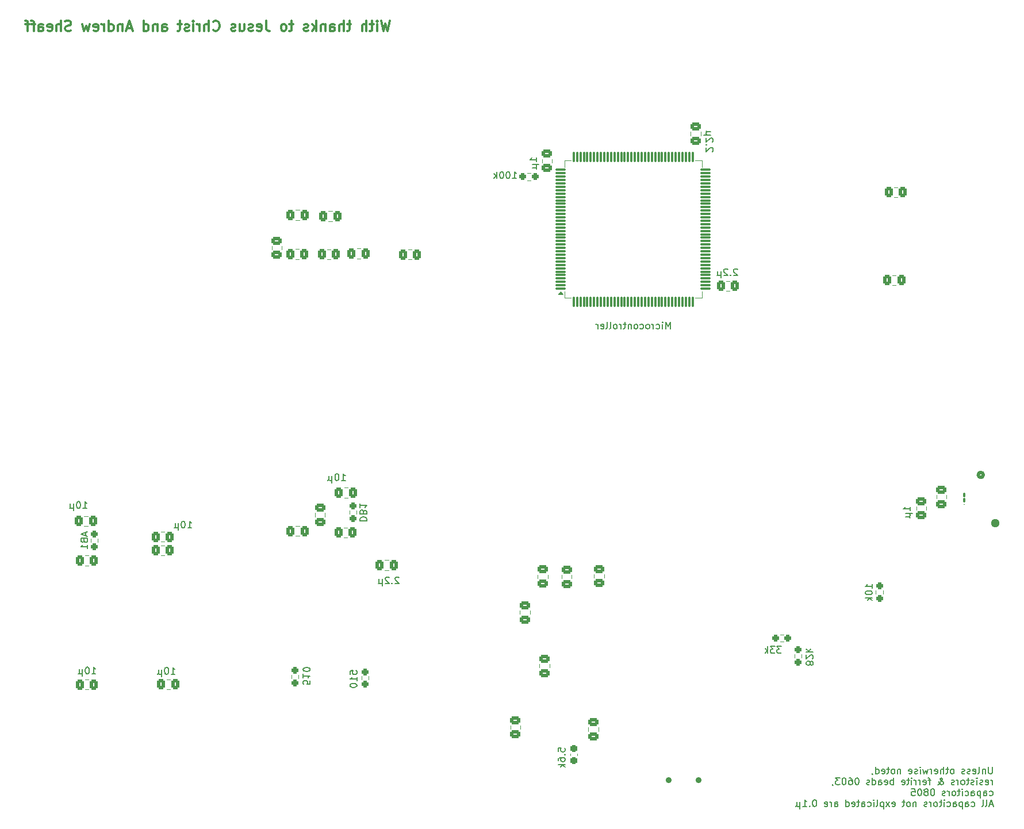
<source format=gbo>
G04 #@! TF.GenerationSoftware,KiCad,Pcbnew,8.0.5*
G04 #@! TF.CreationDate,2024-11-21T16:22:07-05:00*
G04 #@! TF.ProjectId,PCB_Order3,5043425f-4f72-4646-9572-332e6b696361,rev?*
G04 #@! TF.SameCoordinates,Original*
G04 #@! TF.FileFunction,Legend,Bot*
G04 #@! TF.FilePolarity,Positive*
%FSLAX46Y46*%
G04 Gerber Fmt 4.6, Leading zero omitted, Abs format (unit mm)*
G04 Created by KiCad (PCBNEW 8.0.5) date 2024-11-21 16:22:07*
%MOMM*%
%LPD*%
G01*
G04 APERTURE LIST*
G04 Aperture macros list*
%AMRoundRect*
0 Rectangle with rounded corners*
0 $1 Rounding radius*
0 $2 $3 $4 $5 $6 $7 $8 $9 X,Y pos of 4 corners*
0 Add a 4 corners polygon primitive as box body*
4,1,4,$2,$3,$4,$5,$6,$7,$8,$9,$2,$3,0*
0 Add four circle primitives for the rounded corners*
1,1,$1+$1,$2,$3*
1,1,$1+$1,$4,$5*
1,1,$1+$1,$6,$7*
1,1,$1+$1,$8,$9*
0 Add four rect primitives between the rounded corners*
20,1,$1+$1,$2,$3,$4,$5,0*
20,1,$1+$1,$4,$5,$6,$7,0*
20,1,$1+$1,$6,$7,$8,$9,0*
20,1,$1+$1,$8,$9,$2,$3,0*%
G04 Aperture macros list end*
%ADD10C,0.150000*%
%ADD11C,0.300000*%
%ADD12C,0.508000*%
%ADD13C,0.120000*%
%ADD14C,0.100000*%
%ADD15C,1.295400*%
%ADD16C,0.900000*%
%ADD17C,1.303000*%
%ADD18C,1.300000*%
%ADD19R,1.700000X1.700000*%
%ADD20O,1.700000X1.700000*%
%ADD21C,1.600000*%
%ADD22C,1.574800*%
%ADD23R,1.600000X1.600000*%
%ADD24R,1.320800X1.320800*%
%ADD25C,1.320800*%
%ADD26R,3.765000X3.765000*%
%ADD27C,3.765000*%
%ADD28RoundRect,0.250000X0.337500X0.475000X-0.337500X0.475000X-0.337500X-0.475000X0.337500X-0.475000X0*%
%ADD29RoundRect,0.100000X0.100000X-0.217500X0.100000X0.217500X-0.100000X0.217500X-0.100000X-0.217500X0*%
%ADD30RoundRect,0.237500X0.250000X0.237500X-0.250000X0.237500X-0.250000X-0.237500X0.250000X-0.237500X0*%
%ADD31RoundRect,0.250000X0.475000X-0.337500X0.475000X0.337500X-0.475000X0.337500X-0.475000X-0.337500X0*%
%ADD32RoundRect,0.237500X-0.237500X0.300000X-0.237500X-0.300000X0.237500X-0.300000X0.237500X0.300000X0*%
%ADD33RoundRect,0.237500X-0.237500X0.250000X-0.237500X-0.250000X0.237500X-0.250000X0.237500X0.250000X0*%
%ADD34RoundRect,0.250000X-0.337500X-0.475000X0.337500X-0.475000X0.337500X0.475000X-0.337500X0.475000X0*%
%ADD35RoundRect,0.237500X-0.250000X-0.237500X0.250000X-0.237500X0.250000X0.237500X-0.250000X0.237500X0*%
%ADD36RoundRect,0.250000X-0.475000X0.337500X-0.475000X-0.337500X0.475000X-0.337500X0.475000X0.337500X0*%
%ADD37RoundRect,0.075000X-0.662500X-0.075000X0.662500X-0.075000X0.662500X0.075000X-0.662500X0.075000X0*%
%ADD38RoundRect,0.075000X-0.075000X-0.662500X0.075000X-0.662500X0.075000X0.662500X-0.075000X0.662500X0*%
%ADD39RoundRect,0.237500X0.237500X-0.250000X0.237500X0.250000X-0.237500X0.250000X-0.237500X-0.250000X0*%
%ADD40C,0.450000*%
%ADD41C,0.550000*%
G04 APERTURE END LIST*
D10*
X128060180Y-125787030D02*
X128060180Y-126263220D01*
X128060180Y-126263220D02*
X127583990Y-126310839D01*
X127583990Y-126310839D02*
X127631609Y-126263220D01*
X127631609Y-126263220D02*
X127679228Y-126167982D01*
X127679228Y-126167982D02*
X127679228Y-125929887D01*
X127679228Y-125929887D02*
X127631609Y-125834649D01*
X127631609Y-125834649D02*
X127583990Y-125787030D01*
X127583990Y-125787030D02*
X127488752Y-125739411D01*
X127488752Y-125739411D02*
X127250657Y-125739411D01*
X127250657Y-125739411D02*
X127155419Y-125787030D01*
X127155419Y-125787030D02*
X127107800Y-125834649D01*
X127107800Y-125834649D02*
X127060180Y-125929887D01*
X127060180Y-125929887D02*
X127060180Y-126167982D01*
X127060180Y-126167982D02*
X127107800Y-126263220D01*
X127107800Y-126263220D02*
X127155419Y-126310839D01*
X127060180Y-124787030D02*
X127060180Y-125358458D01*
X127060180Y-125072744D02*
X128060180Y-125072744D01*
X128060180Y-125072744D02*
X127917323Y-125167982D01*
X127917323Y-125167982D02*
X127822085Y-125263220D01*
X127822085Y-125263220D02*
X127774466Y-125358458D01*
X128060180Y-124167982D02*
X128060180Y-124072744D01*
X128060180Y-124072744D02*
X128012561Y-123977506D01*
X128012561Y-123977506D02*
X127964942Y-123929887D01*
X127964942Y-123929887D02*
X127869704Y-123882268D01*
X127869704Y-123882268D02*
X127679228Y-123834649D01*
X127679228Y-123834649D02*
X127441133Y-123834649D01*
X127441133Y-123834649D02*
X127250657Y-123882268D01*
X127250657Y-123882268D02*
X127155419Y-123929887D01*
X127155419Y-123929887D02*
X127107800Y-123977506D01*
X127107800Y-123977506D02*
X127060180Y-124072744D01*
X127060180Y-124072744D02*
X127060180Y-124167982D01*
X127060180Y-124167982D02*
X127107800Y-124263220D01*
X127107800Y-124263220D02*
X127155419Y-124310839D01*
X127155419Y-124310839D02*
X127250657Y-124358458D01*
X127250657Y-124358458D02*
X127441133Y-124406077D01*
X127441133Y-124406077D02*
X127679228Y-124406077D01*
X127679228Y-124406077D02*
X127869704Y-124358458D01*
X127869704Y-124358458D02*
X127964942Y-124310839D01*
X127964942Y-124310839D02*
X128012561Y-124263220D01*
X128012561Y-124263220D02*
X128060180Y-124167982D01*
X95929411Y-124779819D02*
X96500839Y-124779819D01*
X96215125Y-124779819D02*
X96215125Y-123779819D01*
X96215125Y-123779819D02*
X96310363Y-123922676D01*
X96310363Y-123922676D02*
X96405601Y-124017914D01*
X96405601Y-124017914D02*
X96500839Y-124065533D01*
X95310363Y-123779819D02*
X95215125Y-123779819D01*
X95215125Y-123779819D02*
X95119887Y-123827438D01*
X95119887Y-123827438D02*
X95072268Y-123875057D01*
X95072268Y-123875057D02*
X95024649Y-123970295D01*
X95024649Y-123970295D02*
X94977030Y-124160771D01*
X94977030Y-124160771D02*
X94977030Y-124398866D01*
X94977030Y-124398866D02*
X95024649Y-124589342D01*
X95024649Y-124589342D02*
X95072268Y-124684580D01*
X95072268Y-124684580D02*
X95119887Y-124732200D01*
X95119887Y-124732200D02*
X95215125Y-124779819D01*
X95215125Y-124779819D02*
X95310363Y-124779819D01*
X95310363Y-124779819D02*
X95405601Y-124732200D01*
X95405601Y-124732200D02*
X95453220Y-124684580D01*
X95453220Y-124684580D02*
X95500839Y-124589342D01*
X95500839Y-124589342D02*
X95548458Y-124398866D01*
X95548458Y-124398866D02*
X95548458Y-124160771D01*
X95548458Y-124160771D02*
X95500839Y-123970295D01*
X95500839Y-123970295D02*
X95453220Y-123875057D01*
X95453220Y-123875057D02*
X95405601Y-123827438D01*
X95405601Y-123827438D02*
X95310363Y-123779819D01*
X94548458Y-124113152D02*
X94548458Y-125113152D01*
X94072268Y-124636961D02*
X94024649Y-124732200D01*
X94024649Y-124732200D02*
X93929411Y-124779819D01*
X94548458Y-124636961D02*
X94500839Y-124732200D01*
X94500839Y-124732200D02*
X94405601Y-124779819D01*
X94405601Y-124779819D02*
X94215125Y-124779819D01*
X94215125Y-124779819D02*
X94119887Y-124732200D01*
X94119887Y-124732200D02*
X94072268Y-124636961D01*
X94072268Y-124636961D02*
X94072268Y-124113152D01*
X164609819Y-136192969D02*
X164609819Y-135716779D01*
X164609819Y-135716779D02*
X165086009Y-135669160D01*
X165086009Y-135669160D02*
X165038390Y-135716779D01*
X165038390Y-135716779D02*
X164990771Y-135812017D01*
X164990771Y-135812017D02*
X164990771Y-136050112D01*
X164990771Y-136050112D02*
X165038390Y-136145350D01*
X165038390Y-136145350D02*
X165086009Y-136192969D01*
X165086009Y-136192969D02*
X165181247Y-136240588D01*
X165181247Y-136240588D02*
X165419342Y-136240588D01*
X165419342Y-136240588D02*
X165514580Y-136192969D01*
X165514580Y-136192969D02*
X165562200Y-136145350D01*
X165562200Y-136145350D02*
X165609819Y-136050112D01*
X165609819Y-136050112D02*
X165609819Y-135812017D01*
X165609819Y-135812017D02*
X165562200Y-135716779D01*
X165562200Y-135716779D02*
X165514580Y-135669160D01*
X165514580Y-136669160D02*
X165562200Y-136716779D01*
X165562200Y-136716779D02*
X165609819Y-136669160D01*
X165609819Y-136669160D02*
X165562200Y-136621541D01*
X165562200Y-136621541D02*
X165514580Y-136669160D01*
X165514580Y-136669160D02*
X165609819Y-136669160D01*
X164609819Y-137573921D02*
X164609819Y-137383445D01*
X164609819Y-137383445D02*
X164657438Y-137288207D01*
X164657438Y-137288207D02*
X164705057Y-137240588D01*
X164705057Y-137240588D02*
X164847914Y-137145350D01*
X164847914Y-137145350D02*
X165038390Y-137097731D01*
X165038390Y-137097731D02*
X165419342Y-137097731D01*
X165419342Y-137097731D02*
X165514580Y-137145350D01*
X165514580Y-137145350D02*
X165562200Y-137192969D01*
X165562200Y-137192969D02*
X165609819Y-137288207D01*
X165609819Y-137288207D02*
X165609819Y-137478683D01*
X165609819Y-137478683D02*
X165562200Y-137573921D01*
X165562200Y-137573921D02*
X165514580Y-137621540D01*
X165514580Y-137621540D02*
X165419342Y-137669159D01*
X165419342Y-137669159D02*
X165181247Y-137669159D01*
X165181247Y-137669159D02*
X165086009Y-137621540D01*
X165086009Y-137621540D02*
X165038390Y-137573921D01*
X165038390Y-137573921D02*
X164990771Y-137478683D01*
X164990771Y-137478683D02*
X164990771Y-137288207D01*
X164990771Y-137288207D02*
X165038390Y-137192969D01*
X165038390Y-137192969D02*
X165086009Y-137145350D01*
X165086009Y-137145350D02*
X165181247Y-137097731D01*
X165609819Y-138097731D02*
X164609819Y-138097731D01*
X165228866Y-138192969D02*
X165609819Y-138478683D01*
X164943152Y-138478683D02*
X165324104Y-138097731D01*
X107609411Y-124809819D02*
X108180839Y-124809819D01*
X107895125Y-124809819D02*
X107895125Y-123809819D01*
X107895125Y-123809819D02*
X107990363Y-123952676D01*
X107990363Y-123952676D02*
X108085601Y-124047914D01*
X108085601Y-124047914D02*
X108180839Y-124095533D01*
X106990363Y-123809819D02*
X106895125Y-123809819D01*
X106895125Y-123809819D02*
X106799887Y-123857438D01*
X106799887Y-123857438D02*
X106752268Y-123905057D01*
X106752268Y-123905057D02*
X106704649Y-124000295D01*
X106704649Y-124000295D02*
X106657030Y-124190771D01*
X106657030Y-124190771D02*
X106657030Y-124428866D01*
X106657030Y-124428866D02*
X106704649Y-124619342D01*
X106704649Y-124619342D02*
X106752268Y-124714580D01*
X106752268Y-124714580D02*
X106799887Y-124762200D01*
X106799887Y-124762200D02*
X106895125Y-124809819D01*
X106895125Y-124809819D02*
X106990363Y-124809819D01*
X106990363Y-124809819D02*
X107085601Y-124762200D01*
X107085601Y-124762200D02*
X107133220Y-124714580D01*
X107133220Y-124714580D02*
X107180839Y-124619342D01*
X107180839Y-124619342D02*
X107228458Y-124428866D01*
X107228458Y-124428866D02*
X107228458Y-124190771D01*
X107228458Y-124190771D02*
X107180839Y-124000295D01*
X107180839Y-124000295D02*
X107133220Y-123905057D01*
X107133220Y-123905057D02*
X107085601Y-123857438D01*
X107085601Y-123857438D02*
X106990363Y-123809819D01*
X106228458Y-124143152D02*
X106228458Y-125143152D01*
X105752268Y-124666961D02*
X105704649Y-124762200D01*
X105704649Y-124762200D02*
X105609411Y-124809819D01*
X106228458Y-124666961D02*
X106180839Y-124762200D01*
X106180839Y-124762200D02*
X106085601Y-124809819D01*
X106085601Y-124809819D02*
X105895125Y-124809819D01*
X105895125Y-124809819D02*
X105799887Y-124762200D01*
X105799887Y-124762200D02*
X105752268Y-124666961D01*
X105752268Y-124666961D02*
X105752268Y-124143152D01*
X216409819Y-100740588D02*
X216409819Y-100169160D01*
X216409819Y-100454874D02*
X215409819Y-100454874D01*
X215409819Y-100454874D02*
X215552676Y-100359636D01*
X215552676Y-100359636D02*
X215647914Y-100264398D01*
X215647914Y-100264398D02*
X215695533Y-100169160D01*
X215743152Y-101169160D02*
X216743152Y-101169160D01*
X216266961Y-101645350D02*
X216362200Y-101692969D01*
X216362200Y-101692969D02*
X216409819Y-101788207D01*
X216266961Y-101169160D02*
X216362200Y-101216779D01*
X216362200Y-101216779D02*
X216409819Y-101312017D01*
X216409819Y-101312017D02*
X216409819Y-101502493D01*
X216409819Y-101502493D02*
X216362200Y-101597731D01*
X216362200Y-101597731D02*
X216266961Y-101645350D01*
X216266961Y-101645350D02*
X215743152Y-101645350D01*
X132689411Y-96289819D02*
X133260839Y-96289819D01*
X132975125Y-96289819D02*
X132975125Y-95289819D01*
X132975125Y-95289819D02*
X133070363Y-95432676D01*
X133070363Y-95432676D02*
X133165601Y-95527914D01*
X133165601Y-95527914D02*
X133260839Y-95575533D01*
X132070363Y-95289819D02*
X131975125Y-95289819D01*
X131975125Y-95289819D02*
X131879887Y-95337438D01*
X131879887Y-95337438D02*
X131832268Y-95385057D01*
X131832268Y-95385057D02*
X131784649Y-95480295D01*
X131784649Y-95480295D02*
X131737030Y-95670771D01*
X131737030Y-95670771D02*
X131737030Y-95908866D01*
X131737030Y-95908866D02*
X131784649Y-96099342D01*
X131784649Y-96099342D02*
X131832268Y-96194580D01*
X131832268Y-96194580D02*
X131879887Y-96242200D01*
X131879887Y-96242200D02*
X131975125Y-96289819D01*
X131975125Y-96289819D02*
X132070363Y-96289819D01*
X132070363Y-96289819D02*
X132165601Y-96242200D01*
X132165601Y-96242200D02*
X132213220Y-96194580D01*
X132213220Y-96194580D02*
X132260839Y-96099342D01*
X132260839Y-96099342D02*
X132308458Y-95908866D01*
X132308458Y-95908866D02*
X132308458Y-95670771D01*
X132308458Y-95670771D02*
X132260839Y-95480295D01*
X132260839Y-95480295D02*
X132213220Y-95385057D01*
X132213220Y-95385057D02*
X132165601Y-95337438D01*
X132165601Y-95337438D02*
X132070363Y-95289819D01*
X131308458Y-95623152D02*
X131308458Y-96623152D01*
X130832268Y-96146961D02*
X130784649Y-96242200D01*
X130784649Y-96242200D02*
X130689411Y-96289819D01*
X131308458Y-96146961D02*
X131260839Y-96242200D01*
X131260839Y-96242200D02*
X131165601Y-96289819D01*
X131165601Y-96289819D02*
X130975125Y-96289819D01*
X130975125Y-96289819D02*
X130879887Y-96242200D01*
X130879887Y-96242200D02*
X130832268Y-96146961D01*
X130832268Y-96146961D02*
X130832268Y-95623152D01*
X187314942Y-47850839D02*
X187362561Y-47803220D01*
X187362561Y-47803220D02*
X187410180Y-47707982D01*
X187410180Y-47707982D02*
X187410180Y-47469887D01*
X187410180Y-47469887D02*
X187362561Y-47374649D01*
X187362561Y-47374649D02*
X187314942Y-47327030D01*
X187314942Y-47327030D02*
X187219704Y-47279411D01*
X187219704Y-47279411D02*
X187124466Y-47279411D01*
X187124466Y-47279411D02*
X186981609Y-47327030D01*
X186981609Y-47327030D02*
X186410180Y-47898458D01*
X186410180Y-47898458D02*
X186410180Y-47279411D01*
X186505419Y-46850839D02*
X186457800Y-46803220D01*
X186457800Y-46803220D02*
X186410180Y-46850839D01*
X186410180Y-46850839D02*
X186457800Y-46898458D01*
X186457800Y-46898458D02*
X186505419Y-46850839D01*
X186505419Y-46850839D02*
X186410180Y-46850839D01*
X187314942Y-46422268D02*
X187362561Y-46374649D01*
X187362561Y-46374649D02*
X187410180Y-46279411D01*
X187410180Y-46279411D02*
X187410180Y-46041316D01*
X187410180Y-46041316D02*
X187362561Y-45946078D01*
X187362561Y-45946078D02*
X187314942Y-45898459D01*
X187314942Y-45898459D02*
X187219704Y-45850840D01*
X187219704Y-45850840D02*
X187124466Y-45850840D01*
X187124466Y-45850840D02*
X186981609Y-45898459D01*
X186981609Y-45898459D02*
X186410180Y-46469887D01*
X186410180Y-46469887D02*
X186410180Y-45850840D01*
X187076847Y-45422268D02*
X186076847Y-45422268D01*
X186553038Y-44946078D02*
X186457800Y-44898459D01*
X186457800Y-44898459D02*
X186410180Y-44803221D01*
X186553038Y-45422268D02*
X186457800Y-45374649D01*
X186457800Y-45374649D02*
X186410180Y-45279411D01*
X186410180Y-45279411D02*
X186410180Y-45088935D01*
X186410180Y-45088935D02*
X186457800Y-44993697D01*
X186457800Y-44993697D02*
X186553038Y-44946078D01*
X186553038Y-44946078D02*
X187076847Y-44946078D01*
X133949819Y-124802969D02*
X133949819Y-124326779D01*
X133949819Y-124326779D02*
X134426009Y-124279160D01*
X134426009Y-124279160D02*
X134378390Y-124326779D01*
X134378390Y-124326779D02*
X134330771Y-124422017D01*
X134330771Y-124422017D02*
X134330771Y-124660112D01*
X134330771Y-124660112D02*
X134378390Y-124755350D01*
X134378390Y-124755350D02*
X134426009Y-124802969D01*
X134426009Y-124802969D02*
X134521247Y-124850588D01*
X134521247Y-124850588D02*
X134759342Y-124850588D01*
X134759342Y-124850588D02*
X134854580Y-124802969D01*
X134854580Y-124802969D02*
X134902200Y-124755350D01*
X134902200Y-124755350D02*
X134949819Y-124660112D01*
X134949819Y-124660112D02*
X134949819Y-124422017D01*
X134949819Y-124422017D02*
X134902200Y-124326779D01*
X134902200Y-124326779D02*
X134854580Y-124279160D01*
X134949819Y-125802969D02*
X134949819Y-125231541D01*
X134949819Y-125517255D02*
X133949819Y-125517255D01*
X133949819Y-125517255D02*
X134092676Y-125422017D01*
X134092676Y-125422017D02*
X134187914Y-125326779D01*
X134187914Y-125326779D02*
X134235533Y-125231541D01*
X133949819Y-126422017D02*
X133949819Y-126517255D01*
X133949819Y-126517255D02*
X133997438Y-126612493D01*
X133997438Y-126612493D02*
X134045057Y-126660112D01*
X134045057Y-126660112D02*
X134140295Y-126707731D01*
X134140295Y-126707731D02*
X134330771Y-126755350D01*
X134330771Y-126755350D02*
X134568866Y-126755350D01*
X134568866Y-126755350D02*
X134759342Y-126707731D01*
X134759342Y-126707731D02*
X134854580Y-126660112D01*
X134854580Y-126660112D02*
X134902200Y-126612493D01*
X134902200Y-126612493D02*
X134949819Y-126517255D01*
X134949819Y-126517255D02*
X134949819Y-126422017D01*
X134949819Y-126422017D02*
X134902200Y-126326779D01*
X134902200Y-126326779D02*
X134854580Y-126279160D01*
X134854580Y-126279160D02*
X134759342Y-126231541D01*
X134759342Y-126231541D02*
X134568866Y-126183922D01*
X134568866Y-126183922D02*
X134330771Y-126183922D01*
X134330771Y-126183922D02*
X134140295Y-126231541D01*
X134140295Y-126231541D02*
X134045057Y-126279160D01*
X134045057Y-126279160D02*
X133997438Y-126326779D01*
X133997438Y-126326779D02*
X133949819Y-126422017D01*
X201711609Y-123300363D02*
X201759228Y-123395601D01*
X201759228Y-123395601D02*
X201806847Y-123443220D01*
X201806847Y-123443220D02*
X201902085Y-123490839D01*
X201902085Y-123490839D02*
X201949704Y-123490839D01*
X201949704Y-123490839D02*
X202044942Y-123443220D01*
X202044942Y-123443220D02*
X202092561Y-123395601D01*
X202092561Y-123395601D02*
X202140180Y-123300363D01*
X202140180Y-123300363D02*
X202140180Y-123109887D01*
X202140180Y-123109887D02*
X202092561Y-123014649D01*
X202092561Y-123014649D02*
X202044942Y-122967030D01*
X202044942Y-122967030D02*
X201949704Y-122919411D01*
X201949704Y-122919411D02*
X201902085Y-122919411D01*
X201902085Y-122919411D02*
X201806847Y-122967030D01*
X201806847Y-122967030D02*
X201759228Y-123014649D01*
X201759228Y-123014649D02*
X201711609Y-123109887D01*
X201711609Y-123109887D02*
X201711609Y-123300363D01*
X201711609Y-123300363D02*
X201663990Y-123395601D01*
X201663990Y-123395601D02*
X201616371Y-123443220D01*
X201616371Y-123443220D02*
X201521133Y-123490839D01*
X201521133Y-123490839D02*
X201330657Y-123490839D01*
X201330657Y-123490839D02*
X201235419Y-123443220D01*
X201235419Y-123443220D02*
X201187800Y-123395601D01*
X201187800Y-123395601D02*
X201140180Y-123300363D01*
X201140180Y-123300363D02*
X201140180Y-123109887D01*
X201140180Y-123109887D02*
X201187800Y-123014649D01*
X201187800Y-123014649D02*
X201235419Y-122967030D01*
X201235419Y-122967030D02*
X201330657Y-122919411D01*
X201330657Y-122919411D02*
X201521133Y-122919411D01*
X201521133Y-122919411D02*
X201616371Y-122967030D01*
X201616371Y-122967030D02*
X201663990Y-123014649D01*
X201663990Y-123014649D02*
X201711609Y-123109887D01*
X202044942Y-122538458D02*
X202092561Y-122490839D01*
X202092561Y-122490839D02*
X202140180Y-122395601D01*
X202140180Y-122395601D02*
X202140180Y-122157506D01*
X202140180Y-122157506D02*
X202092561Y-122062268D01*
X202092561Y-122062268D02*
X202044942Y-122014649D01*
X202044942Y-122014649D02*
X201949704Y-121967030D01*
X201949704Y-121967030D02*
X201854466Y-121967030D01*
X201854466Y-121967030D02*
X201711609Y-122014649D01*
X201711609Y-122014649D02*
X201140180Y-122586077D01*
X201140180Y-122586077D02*
X201140180Y-121967030D01*
X201140180Y-121538458D02*
X202140180Y-121538458D01*
X201521133Y-121443220D02*
X201140180Y-121157506D01*
X201806847Y-121157506D02*
X201425895Y-121538458D01*
X161439819Y-49330588D02*
X161439819Y-48759160D01*
X161439819Y-49044874D02*
X160439819Y-49044874D01*
X160439819Y-49044874D02*
X160582676Y-48949636D01*
X160582676Y-48949636D02*
X160677914Y-48854398D01*
X160677914Y-48854398D02*
X160725533Y-48759160D01*
X160773152Y-49759160D02*
X161773152Y-49759160D01*
X161296961Y-50235350D02*
X161392200Y-50282969D01*
X161392200Y-50282969D02*
X161439819Y-50378207D01*
X161296961Y-49759160D02*
X161392200Y-49806779D01*
X161392200Y-49806779D02*
X161439819Y-49902017D01*
X161439819Y-49902017D02*
X161439819Y-50092493D01*
X161439819Y-50092493D02*
X161392200Y-50187731D01*
X161392200Y-50187731D02*
X161296961Y-50235350D01*
X161296961Y-50235350D02*
X160773152Y-50235350D01*
X191000839Y-65215057D02*
X190953220Y-65167438D01*
X190953220Y-65167438D02*
X190857982Y-65119819D01*
X190857982Y-65119819D02*
X190619887Y-65119819D01*
X190619887Y-65119819D02*
X190524649Y-65167438D01*
X190524649Y-65167438D02*
X190477030Y-65215057D01*
X190477030Y-65215057D02*
X190429411Y-65310295D01*
X190429411Y-65310295D02*
X190429411Y-65405533D01*
X190429411Y-65405533D02*
X190477030Y-65548390D01*
X190477030Y-65548390D02*
X191048458Y-66119819D01*
X191048458Y-66119819D02*
X190429411Y-66119819D01*
X190000839Y-66024580D02*
X189953220Y-66072200D01*
X189953220Y-66072200D02*
X190000839Y-66119819D01*
X190000839Y-66119819D02*
X190048458Y-66072200D01*
X190048458Y-66072200D02*
X190000839Y-66024580D01*
X190000839Y-66024580D02*
X190000839Y-66119819D01*
X189572268Y-65215057D02*
X189524649Y-65167438D01*
X189524649Y-65167438D02*
X189429411Y-65119819D01*
X189429411Y-65119819D02*
X189191316Y-65119819D01*
X189191316Y-65119819D02*
X189096078Y-65167438D01*
X189096078Y-65167438D02*
X189048459Y-65215057D01*
X189048459Y-65215057D02*
X189000840Y-65310295D01*
X189000840Y-65310295D02*
X189000840Y-65405533D01*
X189000840Y-65405533D02*
X189048459Y-65548390D01*
X189048459Y-65548390D02*
X189619887Y-66119819D01*
X189619887Y-66119819D02*
X189000840Y-66119819D01*
X188572268Y-65453152D02*
X188572268Y-66453152D01*
X188096078Y-65976961D02*
X188048459Y-66072200D01*
X188048459Y-66072200D02*
X187953221Y-66119819D01*
X188572268Y-65976961D02*
X188524649Y-66072200D01*
X188524649Y-66072200D02*
X188429411Y-66119819D01*
X188429411Y-66119819D02*
X188238935Y-66119819D01*
X188238935Y-66119819D02*
X188143697Y-66072200D01*
X188143697Y-66072200D02*
X188096078Y-65976961D01*
X188096078Y-65976961D02*
X188096078Y-65453152D01*
X110059411Y-103279819D02*
X110630839Y-103279819D01*
X110345125Y-103279819D02*
X110345125Y-102279819D01*
X110345125Y-102279819D02*
X110440363Y-102422676D01*
X110440363Y-102422676D02*
X110535601Y-102517914D01*
X110535601Y-102517914D02*
X110630839Y-102565533D01*
X109440363Y-102279819D02*
X109345125Y-102279819D01*
X109345125Y-102279819D02*
X109249887Y-102327438D01*
X109249887Y-102327438D02*
X109202268Y-102375057D01*
X109202268Y-102375057D02*
X109154649Y-102470295D01*
X109154649Y-102470295D02*
X109107030Y-102660771D01*
X109107030Y-102660771D02*
X109107030Y-102898866D01*
X109107030Y-102898866D02*
X109154649Y-103089342D01*
X109154649Y-103089342D02*
X109202268Y-103184580D01*
X109202268Y-103184580D02*
X109249887Y-103232200D01*
X109249887Y-103232200D02*
X109345125Y-103279819D01*
X109345125Y-103279819D02*
X109440363Y-103279819D01*
X109440363Y-103279819D02*
X109535601Y-103232200D01*
X109535601Y-103232200D02*
X109583220Y-103184580D01*
X109583220Y-103184580D02*
X109630839Y-103089342D01*
X109630839Y-103089342D02*
X109678458Y-102898866D01*
X109678458Y-102898866D02*
X109678458Y-102660771D01*
X109678458Y-102660771D02*
X109630839Y-102470295D01*
X109630839Y-102470295D02*
X109583220Y-102375057D01*
X109583220Y-102375057D02*
X109535601Y-102327438D01*
X109535601Y-102327438D02*
X109440363Y-102279819D01*
X108678458Y-102613152D02*
X108678458Y-103613152D01*
X108202268Y-103136961D02*
X108154649Y-103232200D01*
X108154649Y-103232200D02*
X108059411Y-103279819D01*
X108678458Y-103136961D02*
X108630839Y-103232200D01*
X108630839Y-103232200D02*
X108535601Y-103279819D01*
X108535601Y-103279819D02*
X108345125Y-103279819D01*
X108345125Y-103279819D02*
X108249887Y-103232200D01*
X108249887Y-103232200D02*
X108202268Y-103136961D01*
X108202268Y-103136961D02*
X108202268Y-102613152D01*
X141150839Y-110585057D02*
X141103220Y-110537438D01*
X141103220Y-110537438D02*
X141007982Y-110489819D01*
X141007982Y-110489819D02*
X140769887Y-110489819D01*
X140769887Y-110489819D02*
X140674649Y-110537438D01*
X140674649Y-110537438D02*
X140627030Y-110585057D01*
X140627030Y-110585057D02*
X140579411Y-110680295D01*
X140579411Y-110680295D02*
X140579411Y-110775533D01*
X140579411Y-110775533D02*
X140627030Y-110918390D01*
X140627030Y-110918390D02*
X141198458Y-111489819D01*
X141198458Y-111489819D02*
X140579411Y-111489819D01*
X140150839Y-111394580D02*
X140103220Y-111442200D01*
X140103220Y-111442200D02*
X140150839Y-111489819D01*
X140150839Y-111489819D02*
X140198458Y-111442200D01*
X140198458Y-111442200D02*
X140150839Y-111394580D01*
X140150839Y-111394580D02*
X140150839Y-111489819D01*
X139722268Y-110585057D02*
X139674649Y-110537438D01*
X139674649Y-110537438D02*
X139579411Y-110489819D01*
X139579411Y-110489819D02*
X139341316Y-110489819D01*
X139341316Y-110489819D02*
X139246078Y-110537438D01*
X139246078Y-110537438D02*
X139198459Y-110585057D01*
X139198459Y-110585057D02*
X139150840Y-110680295D01*
X139150840Y-110680295D02*
X139150840Y-110775533D01*
X139150840Y-110775533D02*
X139198459Y-110918390D01*
X139198459Y-110918390D02*
X139769887Y-111489819D01*
X139769887Y-111489819D02*
X139150840Y-111489819D01*
X138722268Y-110823152D02*
X138722268Y-111823152D01*
X138246078Y-111346961D02*
X138198459Y-111442200D01*
X138198459Y-111442200D02*
X138103221Y-111489819D01*
X138722268Y-111346961D02*
X138674649Y-111442200D01*
X138674649Y-111442200D02*
X138579411Y-111489819D01*
X138579411Y-111489819D02*
X138388935Y-111489819D01*
X138388935Y-111489819D02*
X138293697Y-111442200D01*
X138293697Y-111442200D02*
X138246078Y-111346961D01*
X138246078Y-111346961D02*
X138246078Y-110823152D01*
X197458458Y-120729819D02*
X196839411Y-120729819D01*
X196839411Y-120729819D02*
X197172744Y-121110771D01*
X197172744Y-121110771D02*
X197029887Y-121110771D01*
X197029887Y-121110771D02*
X196934649Y-121158390D01*
X196934649Y-121158390D02*
X196887030Y-121206009D01*
X196887030Y-121206009D02*
X196839411Y-121301247D01*
X196839411Y-121301247D02*
X196839411Y-121539342D01*
X196839411Y-121539342D02*
X196887030Y-121634580D01*
X196887030Y-121634580D02*
X196934649Y-121682200D01*
X196934649Y-121682200D02*
X197029887Y-121729819D01*
X197029887Y-121729819D02*
X197315601Y-121729819D01*
X197315601Y-121729819D02*
X197410839Y-121682200D01*
X197410839Y-121682200D02*
X197458458Y-121634580D01*
X196506077Y-120729819D02*
X195887030Y-120729819D01*
X195887030Y-120729819D02*
X196220363Y-121110771D01*
X196220363Y-121110771D02*
X196077506Y-121110771D01*
X196077506Y-121110771D02*
X195982268Y-121158390D01*
X195982268Y-121158390D02*
X195934649Y-121206009D01*
X195934649Y-121206009D02*
X195887030Y-121301247D01*
X195887030Y-121301247D02*
X195887030Y-121539342D01*
X195887030Y-121539342D02*
X195934649Y-121634580D01*
X195934649Y-121634580D02*
X195982268Y-121682200D01*
X195982268Y-121682200D02*
X196077506Y-121729819D01*
X196077506Y-121729819D02*
X196363220Y-121729819D01*
X196363220Y-121729819D02*
X196458458Y-121682200D01*
X196458458Y-121682200D02*
X196506077Y-121634580D01*
X195458458Y-121729819D02*
X195458458Y-120729819D01*
X195363220Y-121348866D02*
X195077506Y-121729819D01*
X195077506Y-121063152D02*
X195458458Y-121444104D01*
D11*
X139798346Y-28570828D02*
X139441203Y-30070828D01*
X139441203Y-30070828D02*
X139155489Y-28999400D01*
X139155489Y-28999400D02*
X138869774Y-30070828D01*
X138869774Y-30070828D02*
X138512632Y-28570828D01*
X137941203Y-30070828D02*
X137941203Y-29070828D01*
X137941203Y-28570828D02*
X138012631Y-28642257D01*
X138012631Y-28642257D02*
X137941203Y-28713685D01*
X137941203Y-28713685D02*
X137869774Y-28642257D01*
X137869774Y-28642257D02*
X137941203Y-28570828D01*
X137941203Y-28570828D02*
X137941203Y-28713685D01*
X137441202Y-29070828D02*
X136869774Y-29070828D01*
X137226917Y-28570828D02*
X137226917Y-29856542D01*
X137226917Y-29856542D02*
X137155488Y-29999400D01*
X137155488Y-29999400D02*
X137012631Y-30070828D01*
X137012631Y-30070828D02*
X136869774Y-30070828D01*
X136369774Y-30070828D02*
X136369774Y-28570828D01*
X135726917Y-30070828D02*
X135726917Y-29285114D01*
X135726917Y-29285114D02*
X135798345Y-29142257D01*
X135798345Y-29142257D02*
X135941202Y-29070828D01*
X135941202Y-29070828D02*
X136155488Y-29070828D01*
X136155488Y-29070828D02*
X136298345Y-29142257D01*
X136298345Y-29142257D02*
X136369774Y-29213685D01*
X134084059Y-29070828D02*
X133512631Y-29070828D01*
X133869774Y-28570828D02*
X133869774Y-29856542D01*
X133869774Y-29856542D02*
X133798345Y-29999400D01*
X133798345Y-29999400D02*
X133655488Y-30070828D01*
X133655488Y-30070828D02*
X133512631Y-30070828D01*
X133012631Y-30070828D02*
X133012631Y-28570828D01*
X132369774Y-30070828D02*
X132369774Y-29285114D01*
X132369774Y-29285114D02*
X132441202Y-29142257D01*
X132441202Y-29142257D02*
X132584059Y-29070828D01*
X132584059Y-29070828D02*
X132798345Y-29070828D01*
X132798345Y-29070828D02*
X132941202Y-29142257D01*
X132941202Y-29142257D02*
X133012631Y-29213685D01*
X131012631Y-30070828D02*
X131012631Y-29285114D01*
X131012631Y-29285114D02*
X131084059Y-29142257D01*
X131084059Y-29142257D02*
X131226916Y-29070828D01*
X131226916Y-29070828D02*
X131512631Y-29070828D01*
X131512631Y-29070828D02*
X131655488Y-29142257D01*
X131012631Y-29999400D02*
X131155488Y-30070828D01*
X131155488Y-30070828D02*
X131512631Y-30070828D01*
X131512631Y-30070828D02*
X131655488Y-29999400D01*
X131655488Y-29999400D02*
X131726916Y-29856542D01*
X131726916Y-29856542D02*
X131726916Y-29713685D01*
X131726916Y-29713685D02*
X131655488Y-29570828D01*
X131655488Y-29570828D02*
X131512631Y-29499400D01*
X131512631Y-29499400D02*
X131155488Y-29499400D01*
X131155488Y-29499400D02*
X131012631Y-29427971D01*
X130298345Y-29070828D02*
X130298345Y-30070828D01*
X130298345Y-29213685D02*
X130226916Y-29142257D01*
X130226916Y-29142257D02*
X130084059Y-29070828D01*
X130084059Y-29070828D02*
X129869773Y-29070828D01*
X129869773Y-29070828D02*
X129726916Y-29142257D01*
X129726916Y-29142257D02*
X129655488Y-29285114D01*
X129655488Y-29285114D02*
X129655488Y-30070828D01*
X128941202Y-30070828D02*
X128941202Y-28570828D01*
X128798345Y-29499400D02*
X128369773Y-30070828D01*
X128369773Y-29070828D02*
X128941202Y-29642257D01*
X127798344Y-29999400D02*
X127655487Y-30070828D01*
X127655487Y-30070828D02*
X127369773Y-30070828D01*
X127369773Y-30070828D02*
X127226916Y-29999400D01*
X127226916Y-29999400D02*
X127155487Y-29856542D01*
X127155487Y-29856542D02*
X127155487Y-29785114D01*
X127155487Y-29785114D02*
X127226916Y-29642257D01*
X127226916Y-29642257D02*
X127369773Y-29570828D01*
X127369773Y-29570828D02*
X127584059Y-29570828D01*
X127584059Y-29570828D02*
X127726916Y-29499400D01*
X127726916Y-29499400D02*
X127798344Y-29356542D01*
X127798344Y-29356542D02*
X127798344Y-29285114D01*
X127798344Y-29285114D02*
X127726916Y-29142257D01*
X127726916Y-29142257D02*
X127584059Y-29070828D01*
X127584059Y-29070828D02*
X127369773Y-29070828D01*
X127369773Y-29070828D02*
X127226916Y-29142257D01*
X125584058Y-29070828D02*
X125012630Y-29070828D01*
X125369773Y-28570828D02*
X125369773Y-29856542D01*
X125369773Y-29856542D02*
X125298344Y-29999400D01*
X125298344Y-29999400D02*
X125155487Y-30070828D01*
X125155487Y-30070828D02*
X125012630Y-30070828D01*
X124298344Y-30070828D02*
X124441201Y-29999400D01*
X124441201Y-29999400D02*
X124512630Y-29927971D01*
X124512630Y-29927971D02*
X124584058Y-29785114D01*
X124584058Y-29785114D02*
X124584058Y-29356542D01*
X124584058Y-29356542D02*
X124512630Y-29213685D01*
X124512630Y-29213685D02*
X124441201Y-29142257D01*
X124441201Y-29142257D02*
X124298344Y-29070828D01*
X124298344Y-29070828D02*
X124084058Y-29070828D01*
X124084058Y-29070828D02*
X123941201Y-29142257D01*
X123941201Y-29142257D02*
X123869773Y-29213685D01*
X123869773Y-29213685D02*
X123798344Y-29356542D01*
X123798344Y-29356542D02*
X123798344Y-29785114D01*
X123798344Y-29785114D02*
X123869773Y-29927971D01*
X123869773Y-29927971D02*
X123941201Y-29999400D01*
X123941201Y-29999400D02*
X124084058Y-30070828D01*
X124084058Y-30070828D02*
X124298344Y-30070828D01*
X121584058Y-28570828D02*
X121584058Y-29642257D01*
X121584058Y-29642257D02*
X121655487Y-29856542D01*
X121655487Y-29856542D02*
X121798344Y-29999400D01*
X121798344Y-29999400D02*
X122012630Y-30070828D01*
X122012630Y-30070828D02*
X122155487Y-30070828D01*
X120298344Y-29999400D02*
X120441201Y-30070828D01*
X120441201Y-30070828D02*
X120726916Y-30070828D01*
X120726916Y-30070828D02*
X120869773Y-29999400D01*
X120869773Y-29999400D02*
X120941201Y-29856542D01*
X120941201Y-29856542D02*
X120941201Y-29285114D01*
X120941201Y-29285114D02*
X120869773Y-29142257D01*
X120869773Y-29142257D02*
X120726916Y-29070828D01*
X120726916Y-29070828D02*
X120441201Y-29070828D01*
X120441201Y-29070828D02*
X120298344Y-29142257D01*
X120298344Y-29142257D02*
X120226916Y-29285114D01*
X120226916Y-29285114D02*
X120226916Y-29427971D01*
X120226916Y-29427971D02*
X120941201Y-29570828D01*
X119655487Y-29999400D02*
X119512630Y-30070828D01*
X119512630Y-30070828D02*
X119226916Y-30070828D01*
X119226916Y-30070828D02*
X119084059Y-29999400D01*
X119084059Y-29999400D02*
X119012630Y-29856542D01*
X119012630Y-29856542D02*
X119012630Y-29785114D01*
X119012630Y-29785114D02*
X119084059Y-29642257D01*
X119084059Y-29642257D02*
X119226916Y-29570828D01*
X119226916Y-29570828D02*
X119441202Y-29570828D01*
X119441202Y-29570828D02*
X119584059Y-29499400D01*
X119584059Y-29499400D02*
X119655487Y-29356542D01*
X119655487Y-29356542D02*
X119655487Y-29285114D01*
X119655487Y-29285114D02*
X119584059Y-29142257D01*
X119584059Y-29142257D02*
X119441202Y-29070828D01*
X119441202Y-29070828D02*
X119226916Y-29070828D01*
X119226916Y-29070828D02*
X119084059Y-29142257D01*
X117726916Y-29070828D02*
X117726916Y-30070828D01*
X118369773Y-29070828D02*
X118369773Y-29856542D01*
X118369773Y-29856542D02*
X118298344Y-29999400D01*
X118298344Y-29999400D02*
X118155487Y-30070828D01*
X118155487Y-30070828D02*
X117941201Y-30070828D01*
X117941201Y-30070828D02*
X117798344Y-29999400D01*
X117798344Y-29999400D02*
X117726916Y-29927971D01*
X117084058Y-29999400D02*
X116941201Y-30070828D01*
X116941201Y-30070828D02*
X116655487Y-30070828D01*
X116655487Y-30070828D02*
X116512630Y-29999400D01*
X116512630Y-29999400D02*
X116441201Y-29856542D01*
X116441201Y-29856542D02*
X116441201Y-29785114D01*
X116441201Y-29785114D02*
X116512630Y-29642257D01*
X116512630Y-29642257D02*
X116655487Y-29570828D01*
X116655487Y-29570828D02*
X116869773Y-29570828D01*
X116869773Y-29570828D02*
X117012630Y-29499400D01*
X117012630Y-29499400D02*
X117084058Y-29356542D01*
X117084058Y-29356542D02*
X117084058Y-29285114D01*
X117084058Y-29285114D02*
X117012630Y-29142257D01*
X117012630Y-29142257D02*
X116869773Y-29070828D01*
X116869773Y-29070828D02*
X116655487Y-29070828D01*
X116655487Y-29070828D02*
X116512630Y-29142257D01*
X113798344Y-29927971D02*
X113869772Y-29999400D01*
X113869772Y-29999400D02*
X114084058Y-30070828D01*
X114084058Y-30070828D02*
X114226915Y-30070828D01*
X114226915Y-30070828D02*
X114441201Y-29999400D01*
X114441201Y-29999400D02*
X114584058Y-29856542D01*
X114584058Y-29856542D02*
X114655487Y-29713685D01*
X114655487Y-29713685D02*
X114726915Y-29427971D01*
X114726915Y-29427971D02*
X114726915Y-29213685D01*
X114726915Y-29213685D02*
X114655487Y-28927971D01*
X114655487Y-28927971D02*
X114584058Y-28785114D01*
X114584058Y-28785114D02*
X114441201Y-28642257D01*
X114441201Y-28642257D02*
X114226915Y-28570828D01*
X114226915Y-28570828D02*
X114084058Y-28570828D01*
X114084058Y-28570828D02*
X113869772Y-28642257D01*
X113869772Y-28642257D02*
X113798344Y-28713685D01*
X113155487Y-30070828D02*
X113155487Y-28570828D01*
X112512630Y-30070828D02*
X112512630Y-29285114D01*
X112512630Y-29285114D02*
X112584058Y-29142257D01*
X112584058Y-29142257D02*
X112726915Y-29070828D01*
X112726915Y-29070828D02*
X112941201Y-29070828D01*
X112941201Y-29070828D02*
X113084058Y-29142257D01*
X113084058Y-29142257D02*
X113155487Y-29213685D01*
X111798344Y-30070828D02*
X111798344Y-29070828D01*
X111798344Y-29356542D02*
X111726915Y-29213685D01*
X111726915Y-29213685D02*
X111655487Y-29142257D01*
X111655487Y-29142257D02*
X111512629Y-29070828D01*
X111512629Y-29070828D02*
X111369772Y-29070828D01*
X110869773Y-30070828D02*
X110869773Y-29070828D01*
X110869773Y-28570828D02*
X110941201Y-28642257D01*
X110941201Y-28642257D02*
X110869773Y-28713685D01*
X110869773Y-28713685D02*
X110798344Y-28642257D01*
X110798344Y-28642257D02*
X110869773Y-28570828D01*
X110869773Y-28570828D02*
X110869773Y-28713685D01*
X110226915Y-29999400D02*
X110084058Y-30070828D01*
X110084058Y-30070828D02*
X109798344Y-30070828D01*
X109798344Y-30070828D02*
X109655487Y-29999400D01*
X109655487Y-29999400D02*
X109584058Y-29856542D01*
X109584058Y-29856542D02*
X109584058Y-29785114D01*
X109584058Y-29785114D02*
X109655487Y-29642257D01*
X109655487Y-29642257D02*
X109798344Y-29570828D01*
X109798344Y-29570828D02*
X110012630Y-29570828D01*
X110012630Y-29570828D02*
X110155487Y-29499400D01*
X110155487Y-29499400D02*
X110226915Y-29356542D01*
X110226915Y-29356542D02*
X110226915Y-29285114D01*
X110226915Y-29285114D02*
X110155487Y-29142257D01*
X110155487Y-29142257D02*
X110012630Y-29070828D01*
X110012630Y-29070828D02*
X109798344Y-29070828D01*
X109798344Y-29070828D02*
X109655487Y-29142257D01*
X109155486Y-29070828D02*
X108584058Y-29070828D01*
X108941201Y-28570828D02*
X108941201Y-29856542D01*
X108941201Y-29856542D02*
X108869772Y-29999400D01*
X108869772Y-29999400D02*
X108726915Y-30070828D01*
X108726915Y-30070828D02*
X108584058Y-30070828D01*
X106298344Y-30070828D02*
X106298344Y-29285114D01*
X106298344Y-29285114D02*
X106369772Y-29142257D01*
X106369772Y-29142257D02*
X106512629Y-29070828D01*
X106512629Y-29070828D02*
X106798344Y-29070828D01*
X106798344Y-29070828D02*
X106941201Y-29142257D01*
X106298344Y-29999400D02*
X106441201Y-30070828D01*
X106441201Y-30070828D02*
X106798344Y-30070828D01*
X106798344Y-30070828D02*
X106941201Y-29999400D01*
X106941201Y-29999400D02*
X107012629Y-29856542D01*
X107012629Y-29856542D02*
X107012629Y-29713685D01*
X107012629Y-29713685D02*
X106941201Y-29570828D01*
X106941201Y-29570828D02*
X106798344Y-29499400D01*
X106798344Y-29499400D02*
X106441201Y-29499400D01*
X106441201Y-29499400D02*
X106298344Y-29427971D01*
X105584058Y-29070828D02*
X105584058Y-30070828D01*
X105584058Y-29213685D02*
X105512629Y-29142257D01*
X105512629Y-29142257D02*
X105369772Y-29070828D01*
X105369772Y-29070828D02*
X105155486Y-29070828D01*
X105155486Y-29070828D02*
X105012629Y-29142257D01*
X105012629Y-29142257D02*
X104941201Y-29285114D01*
X104941201Y-29285114D02*
X104941201Y-30070828D01*
X103584058Y-30070828D02*
X103584058Y-28570828D01*
X103584058Y-29999400D02*
X103726915Y-30070828D01*
X103726915Y-30070828D02*
X104012629Y-30070828D01*
X104012629Y-30070828D02*
X104155486Y-29999400D01*
X104155486Y-29999400D02*
X104226915Y-29927971D01*
X104226915Y-29927971D02*
X104298343Y-29785114D01*
X104298343Y-29785114D02*
X104298343Y-29356542D01*
X104298343Y-29356542D02*
X104226915Y-29213685D01*
X104226915Y-29213685D02*
X104155486Y-29142257D01*
X104155486Y-29142257D02*
X104012629Y-29070828D01*
X104012629Y-29070828D02*
X103726915Y-29070828D01*
X103726915Y-29070828D02*
X103584058Y-29142257D01*
X101798343Y-29642257D02*
X101084058Y-29642257D01*
X101941200Y-30070828D02*
X101441200Y-28570828D01*
X101441200Y-28570828D02*
X100941200Y-30070828D01*
X100441201Y-29070828D02*
X100441201Y-30070828D01*
X100441201Y-29213685D02*
X100369772Y-29142257D01*
X100369772Y-29142257D02*
X100226915Y-29070828D01*
X100226915Y-29070828D02*
X100012629Y-29070828D01*
X100012629Y-29070828D02*
X99869772Y-29142257D01*
X99869772Y-29142257D02*
X99798344Y-29285114D01*
X99798344Y-29285114D02*
X99798344Y-30070828D01*
X98441201Y-30070828D02*
X98441201Y-28570828D01*
X98441201Y-29999400D02*
X98584058Y-30070828D01*
X98584058Y-30070828D02*
X98869772Y-30070828D01*
X98869772Y-30070828D02*
X99012629Y-29999400D01*
X99012629Y-29999400D02*
X99084058Y-29927971D01*
X99084058Y-29927971D02*
X99155486Y-29785114D01*
X99155486Y-29785114D02*
X99155486Y-29356542D01*
X99155486Y-29356542D02*
X99084058Y-29213685D01*
X99084058Y-29213685D02*
X99012629Y-29142257D01*
X99012629Y-29142257D02*
X98869772Y-29070828D01*
X98869772Y-29070828D02*
X98584058Y-29070828D01*
X98584058Y-29070828D02*
X98441201Y-29142257D01*
X97726915Y-30070828D02*
X97726915Y-29070828D01*
X97726915Y-29356542D02*
X97655486Y-29213685D01*
X97655486Y-29213685D02*
X97584058Y-29142257D01*
X97584058Y-29142257D02*
X97441200Y-29070828D01*
X97441200Y-29070828D02*
X97298343Y-29070828D01*
X96226915Y-29999400D02*
X96369772Y-30070828D01*
X96369772Y-30070828D02*
X96655487Y-30070828D01*
X96655487Y-30070828D02*
X96798344Y-29999400D01*
X96798344Y-29999400D02*
X96869772Y-29856542D01*
X96869772Y-29856542D02*
X96869772Y-29285114D01*
X96869772Y-29285114D02*
X96798344Y-29142257D01*
X96798344Y-29142257D02*
X96655487Y-29070828D01*
X96655487Y-29070828D02*
X96369772Y-29070828D01*
X96369772Y-29070828D02*
X96226915Y-29142257D01*
X96226915Y-29142257D02*
X96155487Y-29285114D01*
X96155487Y-29285114D02*
X96155487Y-29427971D01*
X96155487Y-29427971D02*
X96869772Y-29570828D01*
X95655487Y-29070828D02*
X95369773Y-30070828D01*
X95369773Y-30070828D02*
X95084058Y-29356542D01*
X95084058Y-29356542D02*
X94798344Y-30070828D01*
X94798344Y-30070828D02*
X94512630Y-29070828D01*
X92869772Y-29999400D02*
X92655487Y-30070828D01*
X92655487Y-30070828D02*
X92298344Y-30070828D01*
X92298344Y-30070828D02*
X92155487Y-29999400D01*
X92155487Y-29999400D02*
X92084058Y-29927971D01*
X92084058Y-29927971D02*
X92012629Y-29785114D01*
X92012629Y-29785114D02*
X92012629Y-29642257D01*
X92012629Y-29642257D02*
X92084058Y-29499400D01*
X92084058Y-29499400D02*
X92155487Y-29427971D01*
X92155487Y-29427971D02*
X92298344Y-29356542D01*
X92298344Y-29356542D02*
X92584058Y-29285114D01*
X92584058Y-29285114D02*
X92726915Y-29213685D01*
X92726915Y-29213685D02*
X92798344Y-29142257D01*
X92798344Y-29142257D02*
X92869772Y-28999400D01*
X92869772Y-28999400D02*
X92869772Y-28856542D01*
X92869772Y-28856542D02*
X92798344Y-28713685D01*
X92798344Y-28713685D02*
X92726915Y-28642257D01*
X92726915Y-28642257D02*
X92584058Y-28570828D01*
X92584058Y-28570828D02*
X92226915Y-28570828D01*
X92226915Y-28570828D02*
X92012629Y-28642257D01*
X91369773Y-30070828D02*
X91369773Y-28570828D01*
X90726916Y-30070828D02*
X90726916Y-29285114D01*
X90726916Y-29285114D02*
X90798344Y-29142257D01*
X90798344Y-29142257D02*
X90941201Y-29070828D01*
X90941201Y-29070828D02*
X91155487Y-29070828D01*
X91155487Y-29070828D02*
X91298344Y-29142257D01*
X91298344Y-29142257D02*
X91369773Y-29213685D01*
X89441201Y-29999400D02*
X89584058Y-30070828D01*
X89584058Y-30070828D02*
X89869773Y-30070828D01*
X89869773Y-30070828D02*
X90012630Y-29999400D01*
X90012630Y-29999400D02*
X90084058Y-29856542D01*
X90084058Y-29856542D02*
X90084058Y-29285114D01*
X90084058Y-29285114D02*
X90012630Y-29142257D01*
X90012630Y-29142257D02*
X89869773Y-29070828D01*
X89869773Y-29070828D02*
X89584058Y-29070828D01*
X89584058Y-29070828D02*
X89441201Y-29142257D01*
X89441201Y-29142257D02*
X89369773Y-29285114D01*
X89369773Y-29285114D02*
X89369773Y-29427971D01*
X89369773Y-29427971D02*
X90084058Y-29570828D01*
X88084059Y-30070828D02*
X88084059Y-29285114D01*
X88084059Y-29285114D02*
X88155487Y-29142257D01*
X88155487Y-29142257D02*
X88298344Y-29070828D01*
X88298344Y-29070828D02*
X88584059Y-29070828D01*
X88584059Y-29070828D02*
X88726916Y-29142257D01*
X88084059Y-29999400D02*
X88226916Y-30070828D01*
X88226916Y-30070828D02*
X88584059Y-30070828D01*
X88584059Y-30070828D02*
X88726916Y-29999400D01*
X88726916Y-29999400D02*
X88798344Y-29856542D01*
X88798344Y-29856542D02*
X88798344Y-29713685D01*
X88798344Y-29713685D02*
X88726916Y-29570828D01*
X88726916Y-29570828D02*
X88584059Y-29499400D01*
X88584059Y-29499400D02*
X88226916Y-29499400D01*
X88226916Y-29499400D02*
X88084059Y-29427971D01*
X87584058Y-29070828D02*
X87012630Y-29070828D01*
X87369773Y-30070828D02*
X87369773Y-28785114D01*
X87369773Y-28785114D02*
X87298344Y-28642257D01*
X87298344Y-28642257D02*
X87155487Y-28570828D01*
X87155487Y-28570828D02*
X87012630Y-28570828D01*
X86726915Y-29070828D02*
X86155487Y-29070828D01*
X86512630Y-30070828D02*
X86512630Y-28785114D01*
X86512630Y-28785114D02*
X86441201Y-28642257D01*
X86441201Y-28642257D02*
X86298344Y-28570828D01*
X86298344Y-28570828D02*
X86155487Y-28570828D01*
D10*
X94629411Y-100389819D02*
X95200839Y-100389819D01*
X94915125Y-100389819D02*
X94915125Y-99389819D01*
X94915125Y-99389819D02*
X95010363Y-99532676D01*
X95010363Y-99532676D02*
X95105601Y-99627914D01*
X95105601Y-99627914D02*
X95200839Y-99675533D01*
X94010363Y-99389819D02*
X93915125Y-99389819D01*
X93915125Y-99389819D02*
X93819887Y-99437438D01*
X93819887Y-99437438D02*
X93772268Y-99485057D01*
X93772268Y-99485057D02*
X93724649Y-99580295D01*
X93724649Y-99580295D02*
X93677030Y-99770771D01*
X93677030Y-99770771D02*
X93677030Y-100008866D01*
X93677030Y-100008866D02*
X93724649Y-100199342D01*
X93724649Y-100199342D02*
X93772268Y-100294580D01*
X93772268Y-100294580D02*
X93819887Y-100342200D01*
X93819887Y-100342200D02*
X93915125Y-100389819D01*
X93915125Y-100389819D02*
X94010363Y-100389819D01*
X94010363Y-100389819D02*
X94105601Y-100342200D01*
X94105601Y-100342200D02*
X94153220Y-100294580D01*
X94153220Y-100294580D02*
X94200839Y-100199342D01*
X94200839Y-100199342D02*
X94248458Y-100008866D01*
X94248458Y-100008866D02*
X94248458Y-99770771D01*
X94248458Y-99770771D02*
X94200839Y-99580295D01*
X94200839Y-99580295D02*
X94153220Y-99485057D01*
X94153220Y-99485057D02*
X94105601Y-99437438D01*
X94105601Y-99437438D02*
X94010363Y-99389819D01*
X93248458Y-99723152D02*
X93248458Y-100723152D01*
X92772268Y-100246961D02*
X92724649Y-100342200D01*
X92724649Y-100342200D02*
X92629411Y-100389819D01*
X93248458Y-100246961D02*
X93200839Y-100342200D01*
X93200839Y-100342200D02*
X93105601Y-100389819D01*
X93105601Y-100389819D02*
X92915125Y-100389819D01*
X92915125Y-100389819D02*
X92819887Y-100342200D01*
X92819887Y-100342200D02*
X92772268Y-100246961D01*
X92772268Y-100246961D02*
X92772268Y-99723152D01*
X210839819Y-112160588D02*
X210839819Y-111589160D01*
X210839819Y-111874874D02*
X209839819Y-111874874D01*
X209839819Y-111874874D02*
X209982676Y-111779636D01*
X209982676Y-111779636D02*
X210077914Y-111684398D01*
X210077914Y-111684398D02*
X210125533Y-111589160D01*
X209839819Y-112779636D02*
X209839819Y-112874874D01*
X209839819Y-112874874D02*
X209887438Y-112970112D01*
X209887438Y-112970112D02*
X209935057Y-113017731D01*
X209935057Y-113017731D02*
X210030295Y-113065350D01*
X210030295Y-113065350D02*
X210220771Y-113112969D01*
X210220771Y-113112969D02*
X210458866Y-113112969D01*
X210458866Y-113112969D02*
X210649342Y-113065350D01*
X210649342Y-113065350D02*
X210744580Y-113017731D01*
X210744580Y-113017731D02*
X210792200Y-112970112D01*
X210792200Y-112970112D02*
X210839819Y-112874874D01*
X210839819Y-112874874D02*
X210839819Y-112779636D01*
X210839819Y-112779636D02*
X210792200Y-112684398D01*
X210792200Y-112684398D02*
X210744580Y-112636779D01*
X210744580Y-112636779D02*
X210649342Y-112589160D01*
X210649342Y-112589160D02*
X210458866Y-112541541D01*
X210458866Y-112541541D02*
X210220771Y-112541541D01*
X210220771Y-112541541D02*
X210030295Y-112589160D01*
X210030295Y-112589160D02*
X209935057Y-112636779D01*
X209935057Y-112636779D02*
X209887438Y-112684398D01*
X209887438Y-112684398D02*
X209839819Y-112779636D01*
X210839819Y-113541541D02*
X209839819Y-113541541D01*
X210458866Y-113636779D02*
X210839819Y-113922493D01*
X210173152Y-113922493D02*
X210554104Y-113541541D01*
X228553220Y-138469987D02*
X228553220Y-139279510D01*
X228553220Y-139279510D02*
X228505601Y-139374748D01*
X228505601Y-139374748D02*
X228457982Y-139422368D01*
X228457982Y-139422368D02*
X228362744Y-139469987D01*
X228362744Y-139469987D02*
X228172268Y-139469987D01*
X228172268Y-139469987D02*
X228077030Y-139422368D01*
X228077030Y-139422368D02*
X228029411Y-139374748D01*
X228029411Y-139374748D02*
X227981792Y-139279510D01*
X227981792Y-139279510D02*
X227981792Y-138469987D01*
X227505601Y-138803320D02*
X227505601Y-139469987D01*
X227505601Y-138898558D02*
X227457982Y-138850939D01*
X227457982Y-138850939D02*
X227362744Y-138803320D01*
X227362744Y-138803320D02*
X227219887Y-138803320D01*
X227219887Y-138803320D02*
X227124649Y-138850939D01*
X227124649Y-138850939D02*
X227077030Y-138946177D01*
X227077030Y-138946177D02*
X227077030Y-139469987D01*
X226457982Y-139469987D02*
X226553220Y-139422368D01*
X226553220Y-139422368D02*
X226600839Y-139327129D01*
X226600839Y-139327129D02*
X226600839Y-138469987D01*
X225696077Y-139422368D02*
X225791315Y-139469987D01*
X225791315Y-139469987D02*
X225981791Y-139469987D01*
X225981791Y-139469987D02*
X226077029Y-139422368D01*
X226077029Y-139422368D02*
X226124648Y-139327129D01*
X226124648Y-139327129D02*
X226124648Y-138946177D01*
X226124648Y-138946177D02*
X226077029Y-138850939D01*
X226077029Y-138850939D02*
X225981791Y-138803320D01*
X225981791Y-138803320D02*
X225791315Y-138803320D01*
X225791315Y-138803320D02*
X225696077Y-138850939D01*
X225696077Y-138850939D02*
X225648458Y-138946177D01*
X225648458Y-138946177D02*
X225648458Y-139041415D01*
X225648458Y-139041415D02*
X226124648Y-139136653D01*
X225267505Y-139422368D02*
X225172267Y-139469987D01*
X225172267Y-139469987D02*
X224981791Y-139469987D01*
X224981791Y-139469987D02*
X224886553Y-139422368D01*
X224886553Y-139422368D02*
X224838934Y-139327129D01*
X224838934Y-139327129D02*
X224838934Y-139279510D01*
X224838934Y-139279510D02*
X224886553Y-139184272D01*
X224886553Y-139184272D02*
X224981791Y-139136653D01*
X224981791Y-139136653D02*
X225124648Y-139136653D01*
X225124648Y-139136653D02*
X225219886Y-139089034D01*
X225219886Y-139089034D02*
X225267505Y-138993796D01*
X225267505Y-138993796D02*
X225267505Y-138946177D01*
X225267505Y-138946177D02*
X225219886Y-138850939D01*
X225219886Y-138850939D02*
X225124648Y-138803320D01*
X225124648Y-138803320D02*
X224981791Y-138803320D01*
X224981791Y-138803320D02*
X224886553Y-138850939D01*
X224457981Y-139422368D02*
X224362743Y-139469987D01*
X224362743Y-139469987D02*
X224172267Y-139469987D01*
X224172267Y-139469987D02*
X224077029Y-139422368D01*
X224077029Y-139422368D02*
X224029410Y-139327129D01*
X224029410Y-139327129D02*
X224029410Y-139279510D01*
X224029410Y-139279510D02*
X224077029Y-139184272D01*
X224077029Y-139184272D02*
X224172267Y-139136653D01*
X224172267Y-139136653D02*
X224315124Y-139136653D01*
X224315124Y-139136653D02*
X224410362Y-139089034D01*
X224410362Y-139089034D02*
X224457981Y-138993796D01*
X224457981Y-138993796D02*
X224457981Y-138946177D01*
X224457981Y-138946177D02*
X224410362Y-138850939D01*
X224410362Y-138850939D02*
X224315124Y-138803320D01*
X224315124Y-138803320D02*
X224172267Y-138803320D01*
X224172267Y-138803320D02*
X224077029Y-138850939D01*
X222696076Y-139469987D02*
X222791314Y-139422368D01*
X222791314Y-139422368D02*
X222838933Y-139374748D01*
X222838933Y-139374748D02*
X222886552Y-139279510D01*
X222886552Y-139279510D02*
X222886552Y-138993796D01*
X222886552Y-138993796D02*
X222838933Y-138898558D01*
X222838933Y-138898558D02*
X222791314Y-138850939D01*
X222791314Y-138850939D02*
X222696076Y-138803320D01*
X222696076Y-138803320D02*
X222553219Y-138803320D01*
X222553219Y-138803320D02*
X222457981Y-138850939D01*
X222457981Y-138850939D02*
X222410362Y-138898558D01*
X222410362Y-138898558D02*
X222362743Y-138993796D01*
X222362743Y-138993796D02*
X222362743Y-139279510D01*
X222362743Y-139279510D02*
X222410362Y-139374748D01*
X222410362Y-139374748D02*
X222457981Y-139422368D01*
X222457981Y-139422368D02*
X222553219Y-139469987D01*
X222553219Y-139469987D02*
X222696076Y-139469987D01*
X222077028Y-138803320D02*
X221696076Y-138803320D01*
X221934171Y-138469987D02*
X221934171Y-139327129D01*
X221934171Y-139327129D02*
X221886552Y-139422368D01*
X221886552Y-139422368D02*
X221791314Y-139469987D01*
X221791314Y-139469987D02*
X221696076Y-139469987D01*
X221362742Y-139469987D02*
X221362742Y-138469987D01*
X220934171Y-139469987D02*
X220934171Y-138946177D01*
X220934171Y-138946177D02*
X220981790Y-138850939D01*
X220981790Y-138850939D02*
X221077028Y-138803320D01*
X221077028Y-138803320D02*
X221219885Y-138803320D01*
X221219885Y-138803320D02*
X221315123Y-138850939D01*
X221315123Y-138850939D02*
X221362742Y-138898558D01*
X220077028Y-139422368D02*
X220172266Y-139469987D01*
X220172266Y-139469987D02*
X220362742Y-139469987D01*
X220362742Y-139469987D02*
X220457980Y-139422368D01*
X220457980Y-139422368D02*
X220505599Y-139327129D01*
X220505599Y-139327129D02*
X220505599Y-138946177D01*
X220505599Y-138946177D02*
X220457980Y-138850939D01*
X220457980Y-138850939D02*
X220362742Y-138803320D01*
X220362742Y-138803320D02*
X220172266Y-138803320D01*
X220172266Y-138803320D02*
X220077028Y-138850939D01*
X220077028Y-138850939D02*
X220029409Y-138946177D01*
X220029409Y-138946177D02*
X220029409Y-139041415D01*
X220029409Y-139041415D02*
X220505599Y-139136653D01*
X219600837Y-139469987D02*
X219600837Y-138803320D01*
X219600837Y-138993796D02*
X219553218Y-138898558D01*
X219553218Y-138898558D02*
X219505599Y-138850939D01*
X219505599Y-138850939D02*
X219410361Y-138803320D01*
X219410361Y-138803320D02*
X219315123Y-138803320D01*
X219077027Y-138803320D02*
X218886551Y-139469987D01*
X218886551Y-139469987D02*
X218696075Y-138993796D01*
X218696075Y-138993796D02*
X218505599Y-139469987D01*
X218505599Y-139469987D02*
X218315123Y-138803320D01*
X217934170Y-139469987D02*
X217934170Y-138803320D01*
X217934170Y-138469987D02*
X217981789Y-138517606D01*
X217981789Y-138517606D02*
X217934170Y-138565225D01*
X217934170Y-138565225D02*
X217886551Y-138517606D01*
X217886551Y-138517606D02*
X217934170Y-138469987D01*
X217934170Y-138469987D02*
X217934170Y-138565225D01*
X217505599Y-139422368D02*
X217410361Y-139469987D01*
X217410361Y-139469987D02*
X217219885Y-139469987D01*
X217219885Y-139469987D02*
X217124647Y-139422368D01*
X217124647Y-139422368D02*
X217077028Y-139327129D01*
X217077028Y-139327129D02*
X217077028Y-139279510D01*
X217077028Y-139279510D02*
X217124647Y-139184272D01*
X217124647Y-139184272D02*
X217219885Y-139136653D01*
X217219885Y-139136653D02*
X217362742Y-139136653D01*
X217362742Y-139136653D02*
X217457980Y-139089034D01*
X217457980Y-139089034D02*
X217505599Y-138993796D01*
X217505599Y-138993796D02*
X217505599Y-138946177D01*
X217505599Y-138946177D02*
X217457980Y-138850939D01*
X217457980Y-138850939D02*
X217362742Y-138803320D01*
X217362742Y-138803320D02*
X217219885Y-138803320D01*
X217219885Y-138803320D02*
X217124647Y-138850939D01*
X216267504Y-139422368D02*
X216362742Y-139469987D01*
X216362742Y-139469987D02*
X216553218Y-139469987D01*
X216553218Y-139469987D02*
X216648456Y-139422368D01*
X216648456Y-139422368D02*
X216696075Y-139327129D01*
X216696075Y-139327129D02*
X216696075Y-138946177D01*
X216696075Y-138946177D02*
X216648456Y-138850939D01*
X216648456Y-138850939D02*
X216553218Y-138803320D01*
X216553218Y-138803320D02*
X216362742Y-138803320D01*
X216362742Y-138803320D02*
X216267504Y-138850939D01*
X216267504Y-138850939D02*
X216219885Y-138946177D01*
X216219885Y-138946177D02*
X216219885Y-139041415D01*
X216219885Y-139041415D02*
X216696075Y-139136653D01*
X215029408Y-138803320D02*
X215029408Y-139469987D01*
X215029408Y-138898558D02*
X214981789Y-138850939D01*
X214981789Y-138850939D02*
X214886551Y-138803320D01*
X214886551Y-138803320D02*
X214743694Y-138803320D01*
X214743694Y-138803320D02*
X214648456Y-138850939D01*
X214648456Y-138850939D02*
X214600837Y-138946177D01*
X214600837Y-138946177D02*
X214600837Y-139469987D01*
X213981789Y-139469987D02*
X214077027Y-139422368D01*
X214077027Y-139422368D02*
X214124646Y-139374748D01*
X214124646Y-139374748D02*
X214172265Y-139279510D01*
X214172265Y-139279510D02*
X214172265Y-138993796D01*
X214172265Y-138993796D02*
X214124646Y-138898558D01*
X214124646Y-138898558D02*
X214077027Y-138850939D01*
X214077027Y-138850939D02*
X213981789Y-138803320D01*
X213981789Y-138803320D02*
X213838932Y-138803320D01*
X213838932Y-138803320D02*
X213743694Y-138850939D01*
X213743694Y-138850939D02*
X213696075Y-138898558D01*
X213696075Y-138898558D02*
X213648456Y-138993796D01*
X213648456Y-138993796D02*
X213648456Y-139279510D01*
X213648456Y-139279510D02*
X213696075Y-139374748D01*
X213696075Y-139374748D02*
X213743694Y-139422368D01*
X213743694Y-139422368D02*
X213838932Y-139469987D01*
X213838932Y-139469987D02*
X213981789Y-139469987D01*
X213362741Y-138803320D02*
X212981789Y-138803320D01*
X213219884Y-138469987D02*
X213219884Y-139327129D01*
X213219884Y-139327129D02*
X213172265Y-139422368D01*
X213172265Y-139422368D02*
X213077027Y-139469987D01*
X213077027Y-139469987D02*
X212981789Y-139469987D01*
X212267503Y-139422368D02*
X212362741Y-139469987D01*
X212362741Y-139469987D02*
X212553217Y-139469987D01*
X212553217Y-139469987D02*
X212648455Y-139422368D01*
X212648455Y-139422368D02*
X212696074Y-139327129D01*
X212696074Y-139327129D02*
X212696074Y-138946177D01*
X212696074Y-138946177D02*
X212648455Y-138850939D01*
X212648455Y-138850939D02*
X212553217Y-138803320D01*
X212553217Y-138803320D02*
X212362741Y-138803320D01*
X212362741Y-138803320D02*
X212267503Y-138850939D01*
X212267503Y-138850939D02*
X212219884Y-138946177D01*
X212219884Y-138946177D02*
X212219884Y-139041415D01*
X212219884Y-139041415D02*
X212696074Y-139136653D01*
X211362741Y-139469987D02*
X211362741Y-138469987D01*
X211362741Y-139422368D02*
X211457979Y-139469987D01*
X211457979Y-139469987D02*
X211648455Y-139469987D01*
X211648455Y-139469987D02*
X211743693Y-139422368D01*
X211743693Y-139422368D02*
X211791312Y-139374748D01*
X211791312Y-139374748D02*
X211838931Y-139279510D01*
X211838931Y-139279510D02*
X211838931Y-138993796D01*
X211838931Y-138993796D02*
X211791312Y-138898558D01*
X211791312Y-138898558D02*
X211743693Y-138850939D01*
X211743693Y-138850939D02*
X211648455Y-138803320D01*
X211648455Y-138803320D02*
X211457979Y-138803320D01*
X211457979Y-138803320D02*
X211362741Y-138850939D01*
X210838931Y-139422368D02*
X210838931Y-139469987D01*
X210838931Y-139469987D02*
X210886550Y-139565225D01*
X210886550Y-139565225D02*
X210934169Y-139612844D01*
X228553220Y-141079931D02*
X228553220Y-140413264D01*
X228553220Y-140603740D02*
X228505601Y-140508502D01*
X228505601Y-140508502D02*
X228457982Y-140460883D01*
X228457982Y-140460883D02*
X228362744Y-140413264D01*
X228362744Y-140413264D02*
X228267506Y-140413264D01*
X227553220Y-141032312D02*
X227648458Y-141079931D01*
X227648458Y-141079931D02*
X227838934Y-141079931D01*
X227838934Y-141079931D02*
X227934172Y-141032312D01*
X227934172Y-141032312D02*
X227981791Y-140937073D01*
X227981791Y-140937073D02*
X227981791Y-140556121D01*
X227981791Y-140556121D02*
X227934172Y-140460883D01*
X227934172Y-140460883D02*
X227838934Y-140413264D01*
X227838934Y-140413264D02*
X227648458Y-140413264D01*
X227648458Y-140413264D02*
X227553220Y-140460883D01*
X227553220Y-140460883D02*
X227505601Y-140556121D01*
X227505601Y-140556121D02*
X227505601Y-140651359D01*
X227505601Y-140651359D02*
X227981791Y-140746597D01*
X227124648Y-141032312D02*
X227029410Y-141079931D01*
X227029410Y-141079931D02*
X226838934Y-141079931D01*
X226838934Y-141079931D02*
X226743696Y-141032312D01*
X226743696Y-141032312D02*
X226696077Y-140937073D01*
X226696077Y-140937073D02*
X226696077Y-140889454D01*
X226696077Y-140889454D02*
X226743696Y-140794216D01*
X226743696Y-140794216D02*
X226838934Y-140746597D01*
X226838934Y-140746597D02*
X226981791Y-140746597D01*
X226981791Y-140746597D02*
X227077029Y-140698978D01*
X227077029Y-140698978D02*
X227124648Y-140603740D01*
X227124648Y-140603740D02*
X227124648Y-140556121D01*
X227124648Y-140556121D02*
X227077029Y-140460883D01*
X227077029Y-140460883D02*
X226981791Y-140413264D01*
X226981791Y-140413264D02*
X226838934Y-140413264D01*
X226838934Y-140413264D02*
X226743696Y-140460883D01*
X226267505Y-141079931D02*
X226267505Y-140413264D01*
X226267505Y-140079931D02*
X226315124Y-140127550D01*
X226315124Y-140127550D02*
X226267505Y-140175169D01*
X226267505Y-140175169D02*
X226219886Y-140127550D01*
X226219886Y-140127550D02*
X226267505Y-140079931D01*
X226267505Y-140079931D02*
X226267505Y-140175169D01*
X225838934Y-141032312D02*
X225743696Y-141079931D01*
X225743696Y-141079931D02*
X225553220Y-141079931D01*
X225553220Y-141079931D02*
X225457982Y-141032312D01*
X225457982Y-141032312D02*
X225410363Y-140937073D01*
X225410363Y-140937073D02*
X225410363Y-140889454D01*
X225410363Y-140889454D02*
X225457982Y-140794216D01*
X225457982Y-140794216D02*
X225553220Y-140746597D01*
X225553220Y-140746597D02*
X225696077Y-140746597D01*
X225696077Y-140746597D02*
X225791315Y-140698978D01*
X225791315Y-140698978D02*
X225838934Y-140603740D01*
X225838934Y-140603740D02*
X225838934Y-140556121D01*
X225838934Y-140556121D02*
X225791315Y-140460883D01*
X225791315Y-140460883D02*
X225696077Y-140413264D01*
X225696077Y-140413264D02*
X225553220Y-140413264D01*
X225553220Y-140413264D02*
X225457982Y-140460883D01*
X225124648Y-140413264D02*
X224743696Y-140413264D01*
X224981791Y-140079931D02*
X224981791Y-140937073D01*
X224981791Y-140937073D02*
X224934172Y-141032312D01*
X224934172Y-141032312D02*
X224838934Y-141079931D01*
X224838934Y-141079931D02*
X224743696Y-141079931D01*
X224267505Y-141079931D02*
X224362743Y-141032312D01*
X224362743Y-141032312D02*
X224410362Y-140984692D01*
X224410362Y-140984692D02*
X224457981Y-140889454D01*
X224457981Y-140889454D02*
X224457981Y-140603740D01*
X224457981Y-140603740D02*
X224410362Y-140508502D01*
X224410362Y-140508502D02*
X224362743Y-140460883D01*
X224362743Y-140460883D02*
X224267505Y-140413264D01*
X224267505Y-140413264D02*
X224124648Y-140413264D01*
X224124648Y-140413264D02*
X224029410Y-140460883D01*
X224029410Y-140460883D02*
X223981791Y-140508502D01*
X223981791Y-140508502D02*
X223934172Y-140603740D01*
X223934172Y-140603740D02*
X223934172Y-140889454D01*
X223934172Y-140889454D02*
X223981791Y-140984692D01*
X223981791Y-140984692D02*
X224029410Y-141032312D01*
X224029410Y-141032312D02*
X224124648Y-141079931D01*
X224124648Y-141079931D02*
X224267505Y-141079931D01*
X223505600Y-141079931D02*
X223505600Y-140413264D01*
X223505600Y-140603740D02*
X223457981Y-140508502D01*
X223457981Y-140508502D02*
X223410362Y-140460883D01*
X223410362Y-140460883D02*
X223315124Y-140413264D01*
X223315124Y-140413264D02*
X223219886Y-140413264D01*
X222934171Y-141032312D02*
X222838933Y-141079931D01*
X222838933Y-141079931D02*
X222648457Y-141079931D01*
X222648457Y-141079931D02*
X222553219Y-141032312D01*
X222553219Y-141032312D02*
X222505600Y-140937073D01*
X222505600Y-140937073D02*
X222505600Y-140889454D01*
X222505600Y-140889454D02*
X222553219Y-140794216D01*
X222553219Y-140794216D02*
X222648457Y-140746597D01*
X222648457Y-140746597D02*
X222791314Y-140746597D01*
X222791314Y-140746597D02*
X222886552Y-140698978D01*
X222886552Y-140698978D02*
X222934171Y-140603740D01*
X222934171Y-140603740D02*
X222934171Y-140556121D01*
X222934171Y-140556121D02*
X222886552Y-140460883D01*
X222886552Y-140460883D02*
X222791314Y-140413264D01*
X222791314Y-140413264D02*
X222648457Y-140413264D01*
X222648457Y-140413264D02*
X222553219Y-140460883D01*
X220505599Y-141079931D02*
X220553219Y-141079931D01*
X220553219Y-141079931D02*
X220648457Y-141032312D01*
X220648457Y-141032312D02*
X220791314Y-140889454D01*
X220791314Y-140889454D02*
X221029409Y-140603740D01*
X221029409Y-140603740D02*
X221124647Y-140460883D01*
X221124647Y-140460883D02*
X221172266Y-140318026D01*
X221172266Y-140318026D02*
X221172266Y-140222788D01*
X221172266Y-140222788D02*
X221124647Y-140127550D01*
X221124647Y-140127550D02*
X221029409Y-140079931D01*
X221029409Y-140079931D02*
X220981790Y-140079931D01*
X220981790Y-140079931D02*
X220886552Y-140127550D01*
X220886552Y-140127550D02*
X220838933Y-140222788D01*
X220838933Y-140222788D02*
X220838933Y-140270407D01*
X220838933Y-140270407D02*
X220886552Y-140365645D01*
X220886552Y-140365645D02*
X220934171Y-140413264D01*
X220934171Y-140413264D02*
X221219885Y-140603740D01*
X221219885Y-140603740D02*
X221267504Y-140651359D01*
X221267504Y-140651359D02*
X221315123Y-140746597D01*
X221315123Y-140746597D02*
X221315123Y-140889454D01*
X221315123Y-140889454D02*
X221267504Y-140984692D01*
X221267504Y-140984692D02*
X221219885Y-141032312D01*
X221219885Y-141032312D02*
X221124647Y-141079931D01*
X221124647Y-141079931D02*
X220981790Y-141079931D01*
X220981790Y-141079931D02*
X220886552Y-141032312D01*
X220886552Y-141032312D02*
X220838933Y-140984692D01*
X220838933Y-140984692D02*
X220696076Y-140794216D01*
X220696076Y-140794216D02*
X220648457Y-140651359D01*
X220648457Y-140651359D02*
X220648457Y-140556121D01*
X219457980Y-140413264D02*
X219077028Y-140413264D01*
X219315123Y-141079931D02*
X219315123Y-140222788D01*
X219315123Y-140222788D02*
X219267504Y-140127550D01*
X219267504Y-140127550D02*
X219172266Y-140079931D01*
X219172266Y-140079931D02*
X219077028Y-140079931D01*
X218362742Y-141032312D02*
X218457980Y-141079931D01*
X218457980Y-141079931D02*
X218648456Y-141079931D01*
X218648456Y-141079931D02*
X218743694Y-141032312D01*
X218743694Y-141032312D02*
X218791313Y-140937073D01*
X218791313Y-140937073D02*
X218791313Y-140556121D01*
X218791313Y-140556121D02*
X218743694Y-140460883D01*
X218743694Y-140460883D02*
X218648456Y-140413264D01*
X218648456Y-140413264D02*
X218457980Y-140413264D01*
X218457980Y-140413264D02*
X218362742Y-140460883D01*
X218362742Y-140460883D02*
X218315123Y-140556121D01*
X218315123Y-140556121D02*
X218315123Y-140651359D01*
X218315123Y-140651359D02*
X218791313Y-140746597D01*
X217886551Y-141079931D02*
X217886551Y-140413264D01*
X217886551Y-140603740D02*
X217838932Y-140508502D01*
X217838932Y-140508502D02*
X217791313Y-140460883D01*
X217791313Y-140460883D02*
X217696075Y-140413264D01*
X217696075Y-140413264D02*
X217600837Y-140413264D01*
X217267503Y-141079931D02*
X217267503Y-140413264D01*
X217267503Y-140603740D02*
X217219884Y-140508502D01*
X217219884Y-140508502D02*
X217172265Y-140460883D01*
X217172265Y-140460883D02*
X217077027Y-140413264D01*
X217077027Y-140413264D02*
X216981789Y-140413264D01*
X216648455Y-141079931D02*
X216648455Y-140413264D01*
X216648455Y-140079931D02*
X216696074Y-140127550D01*
X216696074Y-140127550D02*
X216648455Y-140175169D01*
X216648455Y-140175169D02*
X216600836Y-140127550D01*
X216600836Y-140127550D02*
X216648455Y-140079931D01*
X216648455Y-140079931D02*
X216648455Y-140175169D01*
X216315122Y-140413264D02*
X215934170Y-140413264D01*
X216172265Y-140079931D02*
X216172265Y-140937073D01*
X216172265Y-140937073D02*
X216124646Y-141032312D01*
X216124646Y-141032312D02*
X216029408Y-141079931D01*
X216029408Y-141079931D02*
X215934170Y-141079931D01*
X215219884Y-141032312D02*
X215315122Y-141079931D01*
X215315122Y-141079931D02*
X215505598Y-141079931D01*
X215505598Y-141079931D02*
X215600836Y-141032312D01*
X215600836Y-141032312D02*
X215648455Y-140937073D01*
X215648455Y-140937073D02*
X215648455Y-140556121D01*
X215648455Y-140556121D02*
X215600836Y-140460883D01*
X215600836Y-140460883D02*
X215505598Y-140413264D01*
X215505598Y-140413264D02*
X215315122Y-140413264D01*
X215315122Y-140413264D02*
X215219884Y-140460883D01*
X215219884Y-140460883D02*
X215172265Y-140556121D01*
X215172265Y-140556121D02*
X215172265Y-140651359D01*
X215172265Y-140651359D02*
X215648455Y-140746597D01*
X213981788Y-141079931D02*
X213981788Y-140079931D01*
X213981788Y-140460883D02*
X213886550Y-140413264D01*
X213886550Y-140413264D02*
X213696074Y-140413264D01*
X213696074Y-140413264D02*
X213600836Y-140460883D01*
X213600836Y-140460883D02*
X213553217Y-140508502D01*
X213553217Y-140508502D02*
X213505598Y-140603740D01*
X213505598Y-140603740D02*
X213505598Y-140889454D01*
X213505598Y-140889454D02*
X213553217Y-140984692D01*
X213553217Y-140984692D02*
X213600836Y-141032312D01*
X213600836Y-141032312D02*
X213696074Y-141079931D01*
X213696074Y-141079931D02*
X213886550Y-141079931D01*
X213886550Y-141079931D02*
X213981788Y-141032312D01*
X212696074Y-141032312D02*
X212791312Y-141079931D01*
X212791312Y-141079931D02*
X212981788Y-141079931D01*
X212981788Y-141079931D02*
X213077026Y-141032312D01*
X213077026Y-141032312D02*
X213124645Y-140937073D01*
X213124645Y-140937073D02*
X213124645Y-140556121D01*
X213124645Y-140556121D02*
X213077026Y-140460883D01*
X213077026Y-140460883D02*
X212981788Y-140413264D01*
X212981788Y-140413264D02*
X212791312Y-140413264D01*
X212791312Y-140413264D02*
X212696074Y-140460883D01*
X212696074Y-140460883D02*
X212648455Y-140556121D01*
X212648455Y-140556121D02*
X212648455Y-140651359D01*
X212648455Y-140651359D02*
X213124645Y-140746597D01*
X211791312Y-141079931D02*
X211791312Y-140556121D01*
X211791312Y-140556121D02*
X211838931Y-140460883D01*
X211838931Y-140460883D02*
X211934169Y-140413264D01*
X211934169Y-140413264D02*
X212124645Y-140413264D01*
X212124645Y-140413264D02*
X212219883Y-140460883D01*
X211791312Y-141032312D02*
X211886550Y-141079931D01*
X211886550Y-141079931D02*
X212124645Y-141079931D01*
X212124645Y-141079931D02*
X212219883Y-141032312D01*
X212219883Y-141032312D02*
X212267502Y-140937073D01*
X212267502Y-140937073D02*
X212267502Y-140841835D01*
X212267502Y-140841835D02*
X212219883Y-140746597D01*
X212219883Y-140746597D02*
X212124645Y-140698978D01*
X212124645Y-140698978D02*
X211886550Y-140698978D01*
X211886550Y-140698978D02*
X211791312Y-140651359D01*
X210886550Y-141079931D02*
X210886550Y-140079931D01*
X210886550Y-141032312D02*
X210981788Y-141079931D01*
X210981788Y-141079931D02*
X211172264Y-141079931D01*
X211172264Y-141079931D02*
X211267502Y-141032312D01*
X211267502Y-141032312D02*
X211315121Y-140984692D01*
X211315121Y-140984692D02*
X211362740Y-140889454D01*
X211362740Y-140889454D02*
X211362740Y-140603740D01*
X211362740Y-140603740D02*
X211315121Y-140508502D01*
X211315121Y-140508502D02*
X211267502Y-140460883D01*
X211267502Y-140460883D02*
X211172264Y-140413264D01*
X211172264Y-140413264D02*
X210981788Y-140413264D01*
X210981788Y-140413264D02*
X210886550Y-140460883D01*
X210457978Y-141032312D02*
X210362740Y-141079931D01*
X210362740Y-141079931D02*
X210172264Y-141079931D01*
X210172264Y-141079931D02*
X210077026Y-141032312D01*
X210077026Y-141032312D02*
X210029407Y-140937073D01*
X210029407Y-140937073D02*
X210029407Y-140889454D01*
X210029407Y-140889454D02*
X210077026Y-140794216D01*
X210077026Y-140794216D02*
X210172264Y-140746597D01*
X210172264Y-140746597D02*
X210315121Y-140746597D01*
X210315121Y-140746597D02*
X210410359Y-140698978D01*
X210410359Y-140698978D02*
X210457978Y-140603740D01*
X210457978Y-140603740D02*
X210457978Y-140556121D01*
X210457978Y-140556121D02*
X210410359Y-140460883D01*
X210410359Y-140460883D02*
X210315121Y-140413264D01*
X210315121Y-140413264D02*
X210172264Y-140413264D01*
X210172264Y-140413264D02*
X210077026Y-140460883D01*
X208648454Y-140079931D02*
X208553216Y-140079931D01*
X208553216Y-140079931D02*
X208457978Y-140127550D01*
X208457978Y-140127550D02*
X208410359Y-140175169D01*
X208410359Y-140175169D02*
X208362740Y-140270407D01*
X208362740Y-140270407D02*
X208315121Y-140460883D01*
X208315121Y-140460883D02*
X208315121Y-140698978D01*
X208315121Y-140698978D02*
X208362740Y-140889454D01*
X208362740Y-140889454D02*
X208410359Y-140984692D01*
X208410359Y-140984692D02*
X208457978Y-141032312D01*
X208457978Y-141032312D02*
X208553216Y-141079931D01*
X208553216Y-141079931D02*
X208648454Y-141079931D01*
X208648454Y-141079931D02*
X208743692Y-141032312D01*
X208743692Y-141032312D02*
X208791311Y-140984692D01*
X208791311Y-140984692D02*
X208838930Y-140889454D01*
X208838930Y-140889454D02*
X208886549Y-140698978D01*
X208886549Y-140698978D02*
X208886549Y-140460883D01*
X208886549Y-140460883D02*
X208838930Y-140270407D01*
X208838930Y-140270407D02*
X208791311Y-140175169D01*
X208791311Y-140175169D02*
X208743692Y-140127550D01*
X208743692Y-140127550D02*
X208648454Y-140079931D01*
X207457978Y-140079931D02*
X207648454Y-140079931D01*
X207648454Y-140079931D02*
X207743692Y-140127550D01*
X207743692Y-140127550D02*
X207791311Y-140175169D01*
X207791311Y-140175169D02*
X207886549Y-140318026D01*
X207886549Y-140318026D02*
X207934168Y-140508502D01*
X207934168Y-140508502D02*
X207934168Y-140889454D01*
X207934168Y-140889454D02*
X207886549Y-140984692D01*
X207886549Y-140984692D02*
X207838930Y-141032312D01*
X207838930Y-141032312D02*
X207743692Y-141079931D01*
X207743692Y-141079931D02*
X207553216Y-141079931D01*
X207553216Y-141079931D02*
X207457978Y-141032312D01*
X207457978Y-141032312D02*
X207410359Y-140984692D01*
X207410359Y-140984692D02*
X207362740Y-140889454D01*
X207362740Y-140889454D02*
X207362740Y-140651359D01*
X207362740Y-140651359D02*
X207410359Y-140556121D01*
X207410359Y-140556121D02*
X207457978Y-140508502D01*
X207457978Y-140508502D02*
X207553216Y-140460883D01*
X207553216Y-140460883D02*
X207743692Y-140460883D01*
X207743692Y-140460883D02*
X207838930Y-140508502D01*
X207838930Y-140508502D02*
X207886549Y-140556121D01*
X207886549Y-140556121D02*
X207934168Y-140651359D01*
X206743692Y-140079931D02*
X206648454Y-140079931D01*
X206648454Y-140079931D02*
X206553216Y-140127550D01*
X206553216Y-140127550D02*
X206505597Y-140175169D01*
X206505597Y-140175169D02*
X206457978Y-140270407D01*
X206457978Y-140270407D02*
X206410359Y-140460883D01*
X206410359Y-140460883D02*
X206410359Y-140698978D01*
X206410359Y-140698978D02*
X206457978Y-140889454D01*
X206457978Y-140889454D02*
X206505597Y-140984692D01*
X206505597Y-140984692D02*
X206553216Y-141032312D01*
X206553216Y-141032312D02*
X206648454Y-141079931D01*
X206648454Y-141079931D02*
X206743692Y-141079931D01*
X206743692Y-141079931D02*
X206838930Y-141032312D01*
X206838930Y-141032312D02*
X206886549Y-140984692D01*
X206886549Y-140984692D02*
X206934168Y-140889454D01*
X206934168Y-140889454D02*
X206981787Y-140698978D01*
X206981787Y-140698978D02*
X206981787Y-140460883D01*
X206981787Y-140460883D02*
X206934168Y-140270407D01*
X206934168Y-140270407D02*
X206886549Y-140175169D01*
X206886549Y-140175169D02*
X206838930Y-140127550D01*
X206838930Y-140127550D02*
X206743692Y-140079931D01*
X206077025Y-140079931D02*
X205457978Y-140079931D01*
X205457978Y-140079931D02*
X205791311Y-140460883D01*
X205791311Y-140460883D02*
X205648454Y-140460883D01*
X205648454Y-140460883D02*
X205553216Y-140508502D01*
X205553216Y-140508502D02*
X205505597Y-140556121D01*
X205505597Y-140556121D02*
X205457978Y-140651359D01*
X205457978Y-140651359D02*
X205457978Y-140889454D01*
X205457978Y-140889454D02*
X205505597Y-140984692D01*
X205505597Y-140984692D02*
X205553216Y-141032312D01*
X205553216Y-141032312D02*
X205648454Y-141079931D01*
X205648454Y-141079931D02*
X205934168Y-141079931D01*
X205934168Y-141079931D02*
X206029406Y-141032312D01*
X206029406Y-141032312D02*
X206077025Y-140984692D01*
X204981787Y-141032312D02*
X204981787Y-141079931D01*
X204981787Y-141079931D02*
X205029406Y-141175169D01*
X205029406Y-141175169D02*
X205077025Y-141222788D01*
X228124649Y-142642256D02*
X228219887Y-142689875D01*
X228219887Y-142689875D02*
X228410363Y-142689875D01*
X228410363Y-142689875D02*
X228505601Y-142642256D01*
X228505601Y-142642256D02*
X228553220Y-142594636D01*
X228553220Y-142594636D02*
X228600839Y-142499398D01*
X228600839Y-142499398D02*
X228600839Y-142213684D01*
X228600839Y-142213684D02*
X228553220Y-142118446D01*
X228553220Y-142118446D02*
X228505601Y-142070827D01*
X228505601Y-142070827D02*
X228410363Y-142023208D01*
X228410363Y-142023208D02*
X228219887Y-142023208D01*
X228219887Y-142023208D02*
X228124649Y-142070827D01*
X227267506Y-142689875D02*
X227267506Y-142166065D01*
X227267506Y-142166065D02*
X227315125Y-142070827D01*
X227315125Y-142070827D02*
X227410363Y-142023208D01*
X227410363Y-142023208D02*
X227600839Y-142023208D01*
X227600839Y-142023208D02*
X227696077Y-142070827D01*
X227267506Y-142642256D02*
X227362744Y-142689875D01*
X227362744Y-142689875D02*
X227600839Y-142689875D01*
X227600839Y-142689875D02*
X227696077Y-142642256D01*
X227696077Y-142642256D02*
X227743696Y-142547017D01*
X227743696Y-142547017D02*
X227743696Y-142451779D01*
X227743696Y-142451779D02*
X227696077Y-142356541D01*
X227696077Y-142356541D02*
X227600839Y-142308922D01*
X227600839Y-142308922D02*
X227362744Y-142308922D01*
X227362744Y-142308922D02*
X227267506Y-142261303D01*
X226791315Y-142023208D02*
X226791315Y-143023208D01*
X226791315Y-142070827D02*
X226696077Y-142023208D01*
X226696077Y-142023208D02*
X226505601Y-142023208D01*
X226505601Y-142023208D02*
X226410363Y-142070827D01*
X226410363Y-142070827D02*
X226362744Y-142118446D01*
X226362744Y-142118446D02*
X226315125Y-142213684D01*
X226315125Y-142213684D02*
X226315125Y-142499398D01*
X226315125Y-142499398D02*
X226362744Y-142594636D01*
X226362744Y-142594636D02*
X226410363Y-142642256D01*
X226410363Y-142642256D02*
X226505601Y-142689875D01*
X226505601Y-142689875D02*
X226696077Y-142689875D01*
X226696077Y-142689875D02*
X226791315Y-142642256D01*
X225457982Y-142689875D02*
X225457982Y-142166065D01*
X225457982Y-142166065D02*
X225505601Y-142070827D01*
X225505601Y-142070827D02*
X225600839Y-142023208D01*
X225600839Y-142023208D02*
X225791315Y-142023208D01*
X225791315Y-142023208D02*
X225886553Y-142070827D01*
X225457982Y-142642256D02*
X225553220Y-142689875D01*
X225553220Y-142689875D02*
X225791315Y-142689875D01*
X225791315Y-142689875D02*
X225886553Y-142642256D01*
X225886553Y-142642256D02*
X225934172Y-142547017D01*
X225934172Y-142547017D02*
X225934172Y-142451779D01*
X225934172Y-142451779D02*
X225886553Y-142356541D01*
X225886553Y-142356541D02*
X225791315Y-142308922D01*
X225791315Y-142308922D02*
X225553220Y-142308922D01*
X225553220Y-142308922D02*
X225457982Y-142261303D01*
X224553220Y-142642256D02*
X224648458Y-142689875D01*
X224648458Y-142689875D02*
X224838934Y-142689875D01*
X224838934Y-142689875D02*
X224934172Y-142642256D01*
X224934172Y-142642256D02*
X224981791Y-142594636D01*
X224981791Y-142594636D02*
X225029410Y-142499398D01*
X225029410Y-142499398D02*
X225029410Y-142213684D01*
X225029410Y-142213684D02*
X224981791Y-142118446D01*
X224981791Y-142118446D02*
X224934172Y-142070827D01*
X224934172Y-142070827D02*
X224838934Y-142023208D01*
X224838934Y-142023208D02*
X224648458Y-142023208D01*
X224648458Y-142023208D02*
X224553220Y-142070827D01*
X224124648Y-142689875D02*
X224124648Y-142023208D01*
X224124648Y-141689875D02*
X224172267Y-141737494D01*
X224172267Y-141737494D02*
X224124648Y-141785113D01*
X224124648Y-141785113D02*
X224077029Y-141737494D01*
X224077029Y-141737494D02*
X224124648Y-141689875D01*
X224124648Y-141689875D02*
X224124648Y-141785113D01*
X223791315Y-142023208D02*
X223410363Y-142023208D01*
X223648458Y-141689875D02*
X223648458Y-142547017D01*
X223648458Y-142547017D02*
X223600839Y-142642256D01*
X223600839Y-142642256D02*
X223505601Y-142689875D01*
X223505601Y-142689875D02*
X223410363Y-142689875D01*
X222934172Y-142689875D02*
X223029410Y-142642256D01*
X223029410Y-142642256D02*
X223077029Y-142594636D01*
X223077029Y-142594636D02*
X223124648Y-142499398D01*
X223124648Y-142499398D02*
X223124648Y-142213684D01*
X223124648Y-142213684D02*
X223077029Y-142118446D01*
X223077029Y-142118446D02*
X223029410Y-142070827D01*
X223029410Y-142070827D02*
X222934172Y-142023208D01*
X222934172Y-142023208D02*
X222791315Y-142023208D01*
X222791315Y-142023208D02*
X222696077Y-142070827D01*
X222696077Y-142070827D02*
X222648458Y-142118446D01*
X222648458Y-142118446D02*
X222600839Y-142213684D01*
X222600839Y-142213684D02*
X222600839Y-142499398D01*
X222600839Y-142499398D02*
X222648458Y-142594636D01*
X222648458Y-142594636D02*
X222696077Y-142642256D01*
X222696077Y-142642256D02*
X222791315Y-142689875D01*
X222791315Y-142689875D02*
X222934172Y-142689875D01*
X222172267Y-142689875D02*
X222172267Y-142023208D01*
X222172267Y-142213684D02*
X222124648Y-142118446D01*
X222124648Y-142118446D02*
X222077029Y-142070827D01*
X222077029Y-142070827D02*
X221981791Y-142023208D01*
X221981791Y-142023208D02*
X221886553Y-142023208D01*
X221600838Y-142642256D02*
X221505600Y-142689875D01*
X221505600Y-142689875D02*
X221315124Y-142689875D01*
X221315124Y-142689875D02*
X221219886Y-142642256D01*
X221219886Y-142642256D02*
X221172267Y-142547017D01*
X221172267Y-142547017D02*
X221172267Y-142499398D01*
X221172267Y-142499398D02*
X221219886Y-142404160D01*
X221219886Y-142404160D02*
X221315124Y-142356541D01*
X221315124Y-142356541D02*
X221457981Y-142356541D01*
X221457981Y-142356541D02*
X221553219Y-142308922D01*
X221553219Y-142308922D02*
X221600838Y-142213684D01*
X221600838Y-142213684D02*
X221600838Y-142166065D01*
X221600838Y-142166065D02*
X221553219Y-142070827D01*
X221553219Y-142070827D02*
X221457981Y-142023208D01*
X221457981Y-142023208D02*
X221315124Y-142023208D01*
X221315124Y-142023208D02*
X221219886Y-142070827D01*
X219791314Y-141689875D02*
X219696076Y-141689875D01*
X219696076Y-141689875D02*
X219600838Y-141737494D01*
X219600838Y-141737494D02*
X219553219Y-141785113D01*
X219553219Y-141785113D02*
X219505600Y-141880351D01*
X219505600Y-141880351D02*
X219457981Y-142070827D01*
X219457981Y-142070827D02*
X219457981Y-142308922D01*
X219457981Y-142308922D02*
X219505600Y-142499398D01*
X219505600Y-142499398D02*
X219553219Y-142594636D01*
X219553219Y-142594636D02*
X219600838Y-142642256D01*
X219600838Y-142642256D02*
X219696076Y-142689875D01*
X219696076Y-142689875D02*
X219791314Y-142689875D01*
X219791314Y-142689875D02*
X219886552Y-142642256D01*
X219886552Y-142642256D02*
X219934171Y-142594636D01*
X219934171Y-142594636D02*
X219981790Y-142499398D01*
X219981790Y-142499398D02*
X220029409Y-142308922D01*
X220029409Y-142308922D02*
X220029409Y-142070827D01*
X220029409Y-142070827D02*
X219981790Y-141880351D01*
X219981790Y-141880351D02*
X219934171Y-141785113D01*
X219934171Y-141785113D02*
X219886552Y-141737494D01*
X219886552Y-141737494D02*
X219791314Y-141689875D01*
X218886552Y-142118446D02*
X218981790Y-142070827D01*
X218981790Y-142070827D02*
X219029409Y-142023208D01*
X219029409Y-142023208D02*
X219077028Y-141927970D01*
X219077028Y-141927970D02*
X219077028Y-141880351D01*
X219077028Y-141880351D02*
X219029409Y-141785113D01*
X219029409Y-141785113D02*
X218981790Y-141737494D01*
X218981790Y-141737494D02*
X218886552Y-141689875D01*
X218886552Y-141689875D02*
X218696076Y-141689875D01*
X218696076Y-141689875D02*
X218600838Y-141737494D01*
X218600838Y-141737494D02*
X218553219Y-141785113D01*
X218553219Y-141785113D02*
X218505600Y-141880351D01*
X218505600Y-141880351D02*
X218505600Y-141927970D01*
X218505600Y-141927970D02*
X218553219Y-142023208D01*
X218553219Y-142023208D02*
X218600838Y-142070827D01*
X218600838Y-142070827D02*
X218696076Y-142118446D01*
X218696076Y-142118446D02*
X218886552Y-142118446D01*
X218886552Y-142118446D02*
X218981790Y-142166065D01*
X218981790Y-142166065D02*
X219029409Y-142213684D01*
X219029409Y-142213684D02*
X219077028Y-142308922D01*
X219077028Y-142308922D02*
X219077028Y-142499398D01*
X219077028Y-142499398D02*
X219029409Y-142594636D01*
X219029409Y-142594636D02*
X218981790Y-142642256D01*
X218981790Y-142642256D02*
X218886552Y-142689875D01*
X218886552Y-142689875D02*
X218696076Y-142689875D01*
X218696076Y-142689875D02*
X218600838Y-142642256D01*
X218600838Y-142642256D02*
X218553219Y-142594636D01*
X218553219Y-142594636D02*
X218505600Y-142499398D01*
X218505600Y-142499398D02*
X218505600Y-142308922D01*
X218505600Y-142308922D02*
X218553219Y-142213684D01*
X218553219Y-142213684D02*
X218600838Y-142166065D01*
X218600838Y-142166065D02*
X218696076Y-142118446D01*
X217886552Y-141689875D02*
X217791314Y-141689875D01*
X217791314Y-141689875D02*
X217696076Y-141737494D01*
X217696076Y-141737494D02*
X217648457Y-141785113D01*
X217648457Y-141785113D02*
X217600838Y-141880351D01*
X217600838Y-141880351D02*
X217553219Y-142070827D01*
X217553219Y-142070827D02*
X217553219Y-142308922D01*
X217553219Y-142308922D02*
X217600838Y-142499398D01*
X217600838Y-142499398D02*
X217648457Y-142594636D01*
X217648457Y-142594636D02*
X217696076Y-142642256D01*
X217696076Y-142642256D02*
X217791314Y-142689875D01*
X217791314Y-142689875D02*
X217886552Y-142689875D01*
X217886552Y-142689875D02*
X217981790Y-142642256D01*
X217981790Y-142642256D02*
X218029409Y-142594636D01*
X218029409Y-142594636D02*
X218077028Y-142499398D01*
X218077028Y-142499398D02*
X218124647Y-142308922D01*
X218124647Y-142308922D02*
X218124647Y-142070827D01*
X218124647Y-142070827D02*
X218077028Y-141880351D01*
X218077028Y-141880351D02*
X218029409Y-141785113D01*
X218029409Y-141785113D02*
X217981790Y-141737494D01*
X217981790Y-141737494D02*
X217886552Y-141689875D01*
X216648457Y-141689875D02*
X217124647Y-141689875D01*
X217124647Y-141689875D02*
X217172266Y-142166065D01*
X217172266Y-142166065D02*
X217124647Y-142118446D01*
X217124647Y-142118446D02*
X217029409Y-142070827D01*
X217029409Y-142070827D02*
X216791314Y-142070827D01*
X216791314Y-142070827D02*
X216696076Y-142118446D01*
X216696076Y-142118446D02*
X216648457Y-142166065D01*
X216648457Y-142166065D02*
X216600838Y-142261303D01*
X216600838Y-142261303D02*
X216600838Y-142499398D01*
X216600838Y-142499398D02*
X216648457Y-142594636D01*
X216648457Y-142594636D02*
X216696076Y-142642256D01*
X216696076Y-142642256D02*
X216791314Y-142689875D01*
X216791314Y-142689875D02*
X217029409Y-142689875D01*
X217029409Y-142689875D02*
X217124647Y-142642256D01*
X217124647Y-142642256D02*
X217172266Y-142594636D01*
X228600839Y-144014104D02*
X228124649Y-144014104D01*
X228696077Y-144299819D02*
X228362744Y-143299819D01*
X228362744Y-143299819D02*
X228029411Y-144299819D01*
X227553220Y-144299819D02*
X227648458Y-144252200D01*
X227648458Y-144252200D02*
X227696077Y-144156961D01*
X227696077Y-144156961D02*
X227696077Y-143299819D01*
X227029410Y-144299819D02*
X227124648Y-144252200D01*
X227124648Y-144252200D02*
X227172267Y-144156961D01*
X227172267Y-144156961D02*
X227172267Y-143299819D01*
X225457981Y-144252200D02*
X225553219Y-144299819D01*
X225553219Y-144299819D02*
X225743695Y-144299819D01*
X225743695Y-144299819D02*
X225838933Y-144252200D01*
X225838933Y-144252200D02*
X225886552Y-144204580D01*
X225886552Y-144204580D02*
X225934171Y-144109342D01*
X225934171Y-144109342D02*
X225934171Y-143823628D01*
X225934171Y-143823628D02*
X225886552Y-143728390D01*
X225886552Y-143728390D02*
X225838933Y-143680771D01*
X225838933Y-143680771D02*
X225743695Y-143633152D01*
X225743695Y-143633152D02*
X225553219Y-143633152D01*
X225553219Y-143633152D02*
X225457981Y-143680771D01*
X224600838Y-144299819D02*
X224600838Y-143776009D01*
X224600838Y-143776009D02*
X224648457Y-143680771D01*
X224648457Y-143680771D02*
X224743695Y-143633152D01*
X224743695Y-143633152D02*
X224934171Y-143633152D01*
X224934171Y-143633152D02*
X225029409Y-143680771D01*
X224600838Y-144252200D02*
X224696076Y-144299819D01*
X224696076Y-144299819D02*
X224934171Y-144299819D01*
X224934171Y-144299819D02*
X225029409Y-144252200D01*
X225029409Y-144252200D02*
X225077028Y-144156961D01*
X225077028Y-144156961D02*
X225077028Y-144061723D01*
X225077028Y-144061723D02*
X225029409Y-143966485D01*
X225029409Y-143966485D02*
X224934171Y-143918866D01*
X224934171Y-143918866D02*
X224696076Y-143918866D01*
X224696076Y-143918866D02*
X224600838Y-143871247D01*
X224124647Y-143633152D02*
X224124647Y-144633152D01*
X224124647Y-143680771D02*
X224029409Y-143633152D01*
X224029409Y-143633152D02*
X223838933Y-143633152D01*
X223838933Y-143633152D02*
X223743695Y-143680771D01*
X223743695Y-143680771D02*
X223696076Y-143728390D01*
X223696076Y-143728390D02*
X223648457Y-143823628D01*
X223648457Y-143823628D02*
X223648457Y-144109342D01*
X223648457Y-144109342D02*
X223696076Y-144204580D01*
X223696076Y-144204580D02*
X223743695Y-144252200D01*
X223743695Y-144252200D02*
X223838933Y-144299819D01*
X223838933Y-144299819D02*
X224029409Y-144299819D01*
X224029409Y-144299819D02*
X224124647Y-144252200D01*
X222791314Y-144299819D02*
X222791314Y-143776009D01*
X222791314Y-143776009D02*
X222838933Y-143680771D01*
X222838933Y-143680771D02*
X222934171Y-143633152D01*
X222934171Y-143633152D02*
X223124647Y-143633152D01*
X223124647Y-143633152D02*
X223219885Y-143680771D01*
X222791314Y-144252200D02*
X222886552Y-144299819D01*
X222886552Y-144299819D02*
X223124647Y-144299819D01*
X223124647Y-144299819D02*
X223219885Y-144252200D01*
X223219885Y-144252200D02*
X223267504Y-144156961D01*
X223267504Y-144156961D02*
X223267504Y-144061723D01*
X223267504Y-144061723D02*
X223219885Y-143966485D01*
X223219885Y-143966485D02*
X223124647Y-143918866D01*
X223124647Y-143918866D02*
X222886552Y-143918866D01*
X222886552Y-143918866D02*
X222791314Y-143871247D01*
X221886552Y-144252200D02*
X221981790Y-144299819D01*
X221981790Y-144299819D02*
X222172266Y-144299819D01*
X222172266Y-144299819D02*
X222267504Y-144252200D01*
X222267504Y-144252200D02*
X222315123Y-144204580D01*
X222315123Y-144204580D02*
X222362742Y-144109342D01*
X222362742Y-144109342D02*
X222362742Y-143823628D01*
X222362742Y-143823628D02*
X222315123Y-143728390D01*
X222315123Y-143728390D02*
X222267504Y-143680771D01*
X222267504Y-143680771D02*
X222172266Y-143633152D01*
X222172266Y-143633152D02*
X221981790Y-143633152D01*
X221981790Y-143633152D02*
X221886552Y-143680771D01*
X221457980Y-144299819D02*
X221457980Y-143633152D01*
X221457980Y-143299819D02*
X221505599Y-143347438D01*
X221505599Y-143347438D02*
X221457980Y-143395057D01*
X221457980Y-143395057D02*
X221410361Y-143347438D01*
X221410361Y-143347438D02*
X221457980Y-143299819D01*
X221457980Y-143299819D02*
X221457980Y-143395057D01*
X221124647Y-143633152D02*
X220743695Y-143633152D01*
X220981790Y-143299819D02*
X220981790Y-144156961D01*
X220981790Y-144156961D02*
X220934171Y-144252200D01*
X220934171Y-144252200D02*
X220838933Y-144299819D01*
X220838933Y-144299819D02*
X220743695Y-144299819D01*
X220267504Y-144299819D02*
X220362742Y-144252200D01*
X220362742Y-144252200D02*
X220410361Y-144204580D01*
X220410361Y-144204580D02*
X220457980Y-144109342D01*
X220457980Y-144109342D02*
X220457980Y-143823628D01*
X220457980Y-143823628D02*
X220410361Y-143728390D01*
X220410361Y-143728390D02*
X220362742Y-143680771D01*
X220362742Y-143680771D02*
X220267504Y-143633152D01*
X220267504Y-143633152D02*
X220124647Y-143633152D01*
X220124647Y-143633152D02*
X220029409Y-143680771D01*
X220029409Y-143680771D02*
X219981790Y-143728390D01*
X219981790Y-143728390D02*
X219934171Y-143823628D01*
X219934171Y-143823628D02*
X219934171Y-144109342D01*
X219934171Y-144109342D02*
X219981790Y-144204580D01*
X219981790Y-144204580D02*
X220029409Y-144252200D01*
X220029409Y-144252200D02*
X220124647Y-144299819D01*
X220124647Y-144299819D02*
X220267504Y-144299819D01*
X219505599Y-144299819D02*
X219505599Y-143633152D01*
X219505599Y-143823628D02*
X219457980Y-143728390D01*
X219457980Y-143728390D02*
X219410361Y-143680771D01*
X219410361Y-143680771D02*
X219315123Y-143633152D01*
X219315123Y-143633152D02*
X219219885Y-143633152D01*
X218934170Y-144252200D02*
X218838932Y-144299819D01*
X218838932Y-144299819D02*
X218648456Y-144299819D01*
X218648456Y-144299819D02*
X218553218Y-144252200D01*
X218553218Y-144252200D02*
X218505599Y-144156961D01*
X218505599Y-144156961D02*
X218505599Y-144109342D01*
X218505599Y-144109342D02*
X218553218Y-144014104D01*
X218553218Y-144014104D02*
X218648456Y-143966485D01*
X218648456Y-143966485D02*
X218791313Y-143966485D01*
X218791313Y-143966485D02*
X218886551Y-143918866D01*
X218886551Y-143918866D02*
X218934170Y-143823628D01*
X218934170Y-143823628D02*
X218934170Y-143776009D01*
X218934170Y-143776009D02*
X218886551Y-143680771D01*
X218886551Y-143680771D02*
X218791313Y-143633152D01*
X218791313Y-143633152D02*
X218648456Y-143633152D01*
X218648456Y-143633152D02*
X218553218Y-143680771D01*
X217315122Y-143633152D02*
X217315122Y-144299819D01*
X217315122Y-143728390D02*
X217267503Y-143680771D01*
X217267503Y-143680771D02*
X217172265Y-143633152D01*
X217172265Y-143633152D02*
X217029408Y-143633152D01*
X217029408Y-143633152D02*
X216934170Y-143680771D01*
X216934170Y-143680771D02*
X216886551Y-143776009D01*
X216886551Y-143776009D02*
X216886551Y-144299819D01*
X216267503Y-144299819D02*
X216362741Y-144252200D01*
X216362741Y-144252200D02*
X216410360Y-144204580D01*
X216410360Y-144204580D02*
X216457979Y-144109342D01*
X216457979Y-144109342D02*
X216457979Y-143823628D01*
X216457979Y-143823628D02*
X216410360Y-143728390D01*
X216410360Y-143728390D02*
X216362741Y-143680771D01*
X216362741Y-143680771D02*
X216267503Y-143633152D01*
X216267503Y-143633152D02*
X216124646Y-143633152D01*
X216124646Y-143633152D02*
X216029408Y-143680771D01*
X216029408Y-143680771D02*
X215981789Y-143728390D01*
X215981789Y-143728390D02*
X215934170Y-143823628D01*
X215934170Y-143823628D02*
X215934170Y-144109342D01*
X215934170Y-144109342D02*
X215981789Y-144204580D01*
X215981789Y-144204580D02*
X216029408Y-144252200D01*
X216029408Y-144252200D02*
X216124646Y-144299819D01*
X216124646Y-144299819D02*
X216267503Y-144299819D01*
X215648455Y-143633152D02*
X215267503Y-143633152D01*
X215505598Y-143299819D02*
X215505598Y-144156961D01*
X215505598Y-144156961D02*
X215457979Y-144252200D01*
X215457979Y-144252200D02*
X215362741Y-144299819D01*
X215362741Y-144299819D02*
X215267503Y-144299819D01*
X213791312Y-144252200D02*
X213886550Y-144299819D01*
X213886550Y-144299819D02*
X214077026Y-144299819D01*
X214077026Y-144299819D02*
X214172264Y-144252200D01*
X214172264Y-144252200D02*
X214219883Y-144156961D01*
X214219883Y-144156961D02*
X214219883Y-143776009D01*
X214219883Y-143776009D02*
X214172264Y-143680771D01*
X214172264Y-143680771D02*
X214077026Y-143633152D01*
X214077026Y-143633152D02*
X213886550Y-143633152D01*
X213886550Y-143633152D02*
X213791312Y-143680771D01*
X213791312Y-143680771D02*
X213743693Y-143776009D01*
X213743693Y-143776009D02*
X213743693Y-143871247D01*
X213743693Y-143871247D02*
X214219883Y-143966485D01*
X213410359Y-144299819D02*
X212886550Y-143633152D01*
X213410359Y-143633152D02*
X212886550Y-144299819D01*
X212505597Y-143633152D02*
X212505597Y-144633152D01*
X212505597Y-143680771D02*
X212410359Y-143633152D01*
X212410359Y-143633152D02*
X212219883Y-143633152D01*
X212219883Y-143633152D02*
X212124645Y-143680771D01*
X212124645Y-143680771D02*
X212077026Y-143728390D01*
X212077026Y-143728390D02*
X212029407Y-143823628D01*
X212029407Y-143823628D02*
X212029407Y-144109342D01*
X212029407Y-144109342D02*
X212077026Y-144204580D01*
X212077026Y-144204580D02*
X212124645Y-144252200D01*
X212124645Y-144252200D02*
X212219883Y-144299819D01*
X212219883Y-144299819D02*
X212410359Y-144299819D01*
X212410359Y-144299819D02*
X212505597Y-144252200D01*
X211457978Y-144299819D02*
X211553216Y-144252200D01*
X211553216Y-144252200D02*
X211600835Y-144156961D01*
X211600835Y-144156961D02*
X211600835Y-143299819D01*
X211077025Y-144299819D02*
X211077025Y-143633152D01*
X211077025Y-143299819D02*
X211124644Y-143347438D01*
X211124644Y-143347438D02*
X211077025Y-143395057D01*
X211077025Y-143395057D02*
X211029406Y-143347438D01*
X211029406Y-143347438D02*
X211077025Y-143299819D01*
X211077025Y-143299819D02*
X211077025Y-143395057D01*
X210172264Y-144252200D02*
X210267502Y-144299819D01*
X210267502Y-144299819D02*
X210457978Y-144299819D01*
X210457978Y-144299819D02*
X210553216Y-144252200D01*
X210553216Y-144252200D02*
X210600835Y-144204580D01*
X210600835Y-144204580D02*
X210648454Y-144109342D01*
X210648454Y-144109342D02*
X210648454Y-143823628D01*
X210648454Y-143823628D02*
X210600835Y-143728390D01*
X210600835Y-143728390D02*
X210553216Y-143680771D01*
X210553216Y-143680771D02*
X210457978Y-143633152D01*
X210457978Y-143633152D02*
X210267502Y-143633152D01*
X210267502Y-143633152D02*
X210172264Y-143680771D01*
X209315121Y-144299819D02*
X209315121Y-143776009D01*
X209315121Y-143776009D02*
X209362740Y-143680771D01*
X209362740Y-143680771D02*
X209457978Y-143633152D01*
X209457978Y-143633152D02*
X209648454Y-143633152D01*
X209648454Y-143633152D02*
X209743692Y-143680771D01*
X209315121Y-144252200D02*
X209410359Y-144299819D01*
X209410359Y-144299819D02*
X209648454Y-144299819D01*
X209648454Y-144299819D02*
X209743692Y-144252200D01*
X209743692Y-144252200D02*
X209791311Y-144156961D01*
X209791311Y-144156961D02*
X209791311Y-144061723D01*
X209791311Y-144061723D02*
X209743692Y-143966485D01*
X209743692Y-143966485D02*
X209648454Y-143918866D01*
X209648454Y-143918866D02*
X209410359Y-143918866D01*
X209410359Y-143918866D02*
X209315121Y-143871247D01*
X208981787Y-143633152D02*
X208600835Y-143633152D01*
X208838930Y-143299819D02*
X208838930Y-144156961D01*
X208838930Y-144156961D02*
X208791311Y-144252200D01*
X208791311Y-144252200D02*
X208696073Y-144299819D01*
X208696073Y-144299819D02*
X208600835Y-144299819D01*
X207886549Y-144252200D02*
X207981787Y-144299819D01*
X207981787Y-144299819D02*
X208172263Y-144299819D01*
X208172263Y-144299819D02*
X208267501Y-144252200D01*
X208267501Y-144252200D02*
X208315120Y-144156961D01*
X208315120Y-144156961D02*
X208315120Y-143776009D01*
X208315120Y-143776009D02*
X208267501Y-143680771D01*
X208267501Y-143680771D02*
X208172263Y-143633152D01*
X208172263Y-143633152D02*
X207981787Y-143633152D01*
X207981787Y-143633152D02*
X207886549Y-143680771D01*
X207886549Y-143680771D02*
X207838930Y-143776009D01*
X207838930Y-143776009D02*
X207838930Y-143871247D01*
X207838930Y-143871247D02*
X208315120Y-143966485D01*
X206981787Y-144299819D02*
X206981787Y-143299819D01*
X206981787Y-144252200D02*
X207077025Y-144299819D01*
X207077025Y-144299819D02*
X207267501Y-144299819D01*
X207267501Y-144299819D02*
X207362739Y-144252200D01*
X207362739Y-144252200D02*
X207410358Y-144204580D01*
X207410358Y-144204580D02*
X207457977Y-144109342D01*
X207457977Y-144109342D02*
X207457977Y-143823628D01*
X207457977Y-143823628D02*
X207410358Y-143728390D01*
X207410358Y-143728390D02*
X207362739Y-143680771D01*
X207362739Y-143680771D02*
X207267501Y-143633152D01*
X207267501Y-143633152D02*
X207077025Y-143633152D01*
X207077025Y-143633152D02*
X206981787Y-143680771D01*
X205315120Y-144299819D02*
X205315120Y-143776009D01*
X205315120Y-143776009D02*
X205362739Y-143680771D01*
X205362739Y-143680771D02*
X205457977Y-143633152D01*
X205457977Y-143633152D02*
X205648453Y-143633152D01*
X205648453Y-143633152D02*
X205743691Y-143680771D01*
X205315120Y-144252200D02*
X205410358Y-144299819D01*
X205410358Y-144299819D02*
X205648453Y-144299819D01*
X205648453Y-144299819D02*
X205743691Y-144252200D01*
X205743691Y-144252200D02*
X205791310Y-144156961D01*
X205791310Y-144156961D02*
X205791310Y-144061723D01*
X205791310Y-144061723D02*
X205743691Y-143966485D01*
X205743691Y-143966485D02*
X205648453Y-143918866D01*
X205648453Y-143918866D02*
X205410358Y-143918866D01*
X205410358Y-143918866D02*
X205315120Y-143871247D01*
X204838929Y-144299819D02*
X204838929Y-143633152D01*
X204838929Y-143823628D02*
X204791310Y-143728390D01*
X204791310Y-143728390D02*
X204743691Y-143680771D01*
X204743691Y-143680771D02*
X204648453Y-143633152D01*
X204648453Y-143633152D02*
X204553215Y-143633152D01*
X203838929Y-144252200D02*
X203934167Y-144299819D01*
X203934167Y-144299819D02*
X204124643Y-144299819D01*
X204124643Y-144299819D02*
X204219881Y-144252200D01*
X204219881Y-144252200D02*
X204267500Y-144156961D01*
X204267500Y-144156961D02*
X204267500Y-143776009D01*
X204267500Y-143776009D02*
X204219881Y-143680771D01*
X204219881Y-143680771D02*
X204124643Y-143633152D01*
X204124643Y-143633152D02*
X203934167Y-143633152D01*
X203934167Y-143633152D02*
X203838929Y-143680771D01*
X203838929Y-143680771D02*
X203791310Y-143776009D01*
X203791310Y-143776009D02*
X203791310Y-143871247D01*
X203791310Y-143871247D02*
X204267500Y-143966485D01*
X202410357Y-143299819D02*
X202315119Y-143299819D01*
X202315119Y-143299819D02*
X202219881Y-143347438D01*
X202219881Y-143347438D02*
X202172262Y-143395057D01*
X202172262Y-143395057D02*
X202124643Y-143490295D01*
X202124643Y-143490295D02*
X202077024Y-143680771D01*
X202077024Y-143680771D02*
X202077024Y-143918866D01*
X202077024Y-143918866D02*
X202124643Y-144109342D01*
X202124643Y-144109342D02*
X202172262Y-144204580D01*
X202172262Y-144204580D02*
X202219881Y-144252200D01*
X202219881Y-144252200D02*
X202315119Y-144299819D01*
X202315119Y-144299819D02*
X202410357Y-144299819D01*
X202410357Y-144299819D02*
X202505595Y-144252200D01*
X202505595Y-144252200D02*
X202553214Y-144204580D01*
X202553214Y-144204580D02*
X202600833Y-144109342D01*
X202600833Y-144109342D02*
X202648452Y-143918866D01*
X202648452Y-143918866D02*
X202648452Y-143680771D01*
X202648452Y-143680771D02*
X202600833Y-143490295D01*
X202600833Y-143490295D02*
X202553214Y-143395057D01*
X202553214Y-143395057D02*
X202505595Y-143347438D01*
X202505595Y-143347438D02*
X202410357Y-143299819D01*
X201648452Y-144204580D02*
X201600833Y-144252200D01*
X201600833Y-144252200D02*
X201648452Y-144299819D01*
X201648452Y-144299819D02*
X201696071Y-144252200D01*
X201696071Y-144252200D02*
X201648452Y-144204580D01*
X201648452Y-144204580D02*
X201648452Y-144299819D01*
X200648453Y-144299819D02*
X201219881Y-144299819D01*
X200934167Y-144299819D02*
X200934167Y-143299819D01*
X200934167Y-143299819D02*
X201029405Y-143442676D01*
X201029405Y-143442676D02*
X201124643Y-143537914D01*
X201124643Y-143537914D02*
X201219881Y-143585533D01*
X200219881Y-143633152D02*
X200219881Y-144633152D01*
X199743691Y-144156961D02*
X199696072Y-144252200D01*
X199696072Y-144252200D02*
X199600834Y-144299819D01*
X200219881Y-144156961D02*
X200172262Y-144252200D01*
X200172262Y-144252200D02*
X200077024Y-144299819D01*
X200077024Y-144299819D02*
X199886548Y-144299819D01*
X199886548Y-144299819D02*
X199791310Y-144252200D01*
X199791310Y-144252200D02*
X199743691Y-144156961D01*
X199743691Y-144156961D02*
X199743691Y-143633152D01*
X157889411Y-51799819D02*
X158460839Y-51799819D01*
X158175125Y-51799819D02*
X158175125Y-50799819D01*
X158175125Y-50799819D02*
X158270363Y-50942676D01*
X158270363Y-50942676D02*
X158365601Y-51037914D01*
X158365601Y-51037914D02*
X158460839Y-51085533D01*
X157270363Y-50799819D02*
X157175125Y-50799819D01*
X157175125Y-50799819D02*
X157079887Y-50847438D01*
X157079887Y-50847438D02*
X157032268Y-50895057D01*
X157032268Y-50895057D02*
X156984649Y-50990295D01*
X156984649Y-50990295D02*
X156937030Y-51180771D01*
X156937030Y-51180771D02*
X156937030Y-51418866D01*
X156937030Y-51418866D02*
X156984649Y-51609342D01*
X156984649Y-51609342D02*
X157032268Y-51704580D01*
X157032268Y-51704580D02*
X157079887Y-51752200D01*
X157079887Y-51752200D02*
X157175125Y-51799819D01*
X157175125Y-51799819D02*
X157270363Y-51799819D01*
X157270363Y-51799819D02*
X157365601Y-51752200D01*
X157365601Y-51752200D02*
X157413220Y-51704580D01*
X157413220Y-51704580D02*
X157460839Y-51609342D01*
X157460839Y-51609342D02*
X157508458Y-51418866D01*
X157508458Y-51418866D02*
X157508458Y-51180771D01*
X157508458Y-51180771D02*
X157460839Y-50990295D01*
X157460839Y-50990295D02*
X157413220Y-50895057D01*
X157413220Y-50895057D02*
X157365601Y-50847438D01*
X157365601Y-50847438D02*
X157270363Y-50799819D01*
X156317982Y-50799819D02*
X156222744Y-50799819D01*
X156222744Y-50799819D02*
X156127506Y-50847438D01*
X156127506Y-50847438D02*
X156079887Y-50895057D01*
X156079887Y-50895057D02*
X156032268Y-50990295D01*
X156032268Y-50990295D02*
X155984649Y-51180771D01*
X155984649Y-51180771D02*
X155984649Y-51418866D01*
X155984649Y-51418866D02*
X156032268Y-51609342D01*
X156032268Y-51609342D02*
X156079887Y-51704580D01*
X156079887Y-51704580D02*
X156127506Y-51752200D01*
X156127506Y-51752200D02*
X156222744Y-51799819D01*
X156222744Y-51799819D02*
X156317982Y-51799819D01*
X156317982Y-51799819D02*
X156413220Y-51752200D01*
X156413220Y-51752200D02*
X156460839Y-51704580D01*
X156460839Y-51704580D02*
X156508458Y-51609342D01*
X156508458Y-51609342D02*
X156556077Y-51418866D01*
X156556077Y-51418866D02*
X156556077Y-51180771D01*
X156556077Y-51180771D02*
X156508458Y-50990295D01*
X156508458Y-50990295D02*
X156460839Y-50895057D01*
X156460839Y-50895057D02*
X156413220Y-50847438D01*
X156413220Y-50847438D02*
X156317982Y-50799819D01*
X155556077Y-51799819D02*
X155556077Y-50799819D01*
X155460839Y-51418866D02*
X155175125Y-51799819D01*
X155175125Y-51133152D02*
X155556077Y-51514104D01*
X95039104Y-103910714D02*
X95039104Y-104386904D01*
X95324819Y-103815476D02*
X94324819Y-104148809D01*
X94324819Y-104148809D02*
X95324819Y-104482142D01*
X94801009Y-105148809D02*
X94848628Y-105291666D01*
X94848628Y-105291666D02*
X94896247Y-105339285D01*
X94896247Y-105339285D02*
X94991485Y-105386904D01*
X94991485Y-105386904D02*
X95134342Y-105386904D01*
X95134342Y-105386904D02*
X95229580Y-105339285D01*
X95229580Y-105339285D02*
X95277200Y-105291666D01*
X95277200Y-105291666D02*
X95324819Y-105196428D01*
X95324819Y-105196428D02*
X95324819Y-104815476D01*
X95324819Y-104815476D02*
X94324819Y-104815476D01*
X94324819Y-104815476D02*
X94324819Y-105148809D01*
X94324819Y-105148809D02*
X94372438Y-105244047D01*
X94372438Y-105244047D02*
X94420057Y-105291666D01*
X94420057Y-105291666D02*
X94515295Y-105339285D01*
X94515295Y-105339285D02*
X94610533Y-105339285D01*
X94610533Y-105339285D02*
X94705771Y-105291666D01*
X94705771Y-105291666D02*
X94753390Y-105244047D01*
X94753390Y-105244047D02*
X94801009Y-105148809D01*
X94801009Y-105148809D02*
X94801009Y-104815476D01*
X95324819Y-106339285D02*
X95324819Y-105767857D01*
X95324819Y-106053571D02*
X94324819Y-106053571D01*
X94324819Y-106053571D02*
X94467676Y-105958333D01*
X94467676Y-105958333D02*
X94562914Y-105863095D01*
X94562914Y-105863095D02*
X94610533Y-105767857D01*
X181104762Y-73944819D02*
X181104762Y-72944819D01*
X181104762Y-72944819D02*
X180771429Y-73659104D01*
X180771429Y-73659104D02*
X180438096Y-72944819D01*
X180438096Y-72944819D02*
X180438096Y-73944819D01*
X179961905Y-73944819D02*
X179961905Y-73278152D01*
X179961905Y-72944819D02*
X180009524Y-72992438D01*
X180009524Y-72992438D02*
X179961905Y-73040057D01*
X179961905Y-73040057D02*
X179914286Y-72992438D01*
X179914286Y-72992438D02*
X179961905Y-72944819D01*
X179961905Y-72944819D02*
X179961905Y-73040057D01*
X179057144Y-73897200D02*
X179152382Y-73944819D01*
X179152382Y-73944819D02*
X179342858Y-73944819D01*
X179342858Y-73944819D02*
X179438096Y-73897200D01*
X179438096Y-73897200D02*
X179485715Y-73849580D01*
X179485715Y-73849580D02*
X179533334Y-73754342D01*
X179533334Y-73754342D02*
X179533334Y-73468628D01*
X179533334Y-73468628D02*
X179485715Y-73373390D01*
X179485715Y-73373390D02*
X179438096Y-73325771D01*
X179438096Y-73325771D02*
X179342858Y-73278152D01*
X179342858Y-73278152D02*
X179152382Y-73278152D01*
X179152382Y-73278152D02*
X179057144Y-73325771D01*
X178628572Y-73944819D02*
X178628572Y-73278152D01*
X178628572Y-73468628D02*
X178580953Y-73373390D01*
X178580953Y-73373390D02*
X178533334Y-73325771D01*
X178533334Y-73325771D02*
X178438096Y-73278152D01*
X178438096Y-73278152D02*
X178342858Y-73278152D01*
X177866667Y-73944819D02*
X177961905Y-73897200D01*
X177961905Y-73897200D02*
X178009524Y-73849580D01*
X178009524Y-73849580D02*
X178057143Y-73754342D01*
X178057143Y-73754342D02*
X178057143Y-73468628D01*
X178057143Y-73468628D02*
X178009524Y-73373390D01*
X178009524Y-73373390D02*
X177961905Y-73325771D01*
X177961905Y-73325771D02*
X177866667Y-73278152D01*
X177866667Y-73278152D02*
X177723810Y-73278152D01*
X177723810Y-73278152D02*
X177628572Y-73325771D01*
X177628572Y-73325771D02*
X177580953Y-73373390D01*
X177580953Y-73373390D02*
X177533334Y-73468628D01*
X177533334Y-73468628D02*
X177533334Y-73754342D01*
X177533334Y-73754342D02*
X177580953Y-73849580D01*
X177580953Y-73849580D02*
X177628572Y-73897200D01*
X177628572Y-73897200D02*
X177723810Y-73944819D01*
X177723810Y-73944819D02*
X177866667Y-73944819D01*
X176676191Y-73897200D02*
X176771429Y-73944819D01*
X176771429Y-73944819D02*
X176961905Y-73944819D01*
X176961905Y-73944819D02*
X177057143Y-73897200D01*
X177057143Y-73897200D02*
X177104762Y-73849580D01*
X177104762Y-73849580D02*
X177152381Y-73754342D01*
X177152381Y-73754342D02*
X177152381Y-73468628D01*
X177152381Y-73468628D02*
X177104762Y-73373390D01*
X177104762Y-73373390D02*
X177057143Y-73325771D01*
X177057143Y-73325771D02*
X176961905Y-73278152D01*
X176961905Y-73278152D02*
X176771429Y-73278152D01*
X176771429Y-73278152D02*
X176676191Y-73325771D01*
X176104762Y-73944819D02*
X176200000Y-73897200D01*
X176200000Y-73897200D02*
X176247619Y-73849580D01*
X176247619Y-73849580D02*
X176295238Y-73754342D01*
X176295238Y-73754342D02*
X176295238Y-73468628D01*
X176295238Y-73468628D02*
X176247619Y-73373390D01*
X176247619Y-73373390D02*
X176200000Y-73325771D01*
X176200000Y-73325771D02*
X176104762Y-73278152D01*
X176104762Y-73278152D02*
X175961905Y-73278152D01*
X175961905Y-73278152D02*
X175866667Y-73325771D01*
X175866667Y-73325771D02*
X175819048Y-73373390D01*
X175819048Y-73373390D02*
X175771429Y-73468628D01*
X175771429Y-73468628D02*
X175771429Y-73754342D01*
X175771429Y-73754342D02*
X175819048Y-73849580D01*
X175819048Y-73849580D02*
X175866667Y-73897200D01*
X175866667Y-73897200D02*
X175961905Y-73944819D01*
X175961905Y-73944819D02*
X176104762Y-73944819D01*
X175342857Y-73278152D02*
X175342857Y-73944819D01*
X175342857Y-73373390D02*
X175295238Y-73325771D01*
X175295238Y-73325771D02*
X175200000Y-73278152D01*
X175200000Y-73278152D02*
X175057143Y-73278152D01*
X175057143Y-73278152D02*
X174961905Y-73325771D01*
X174961905Y-73325771D02*
X174914286Y-73421009D01*
X174914286Y-73421009D02*
X174914286Y-73944819D01*
X174580952Y-73278152D02*
X174200000Y-73278152D01*
X174438095Y-72944819D02*
X174438095Y-73801961D01*
X174438095Y-73801961D02*
X174390476Y-73897200D01*
X174390476Y-73897200D02*
X174295238Y-73944819D01*
X174295238Y-73944819D02*
X174200000Y-73944819D01*
X173866666Y-73944819D02*
X173866666Y-73278152D01*
X173866666Y-73468628D02*
X173819047Y-73373390D01*
X173819047Y-73373390D02*
X173771428Y-73325771D01*
X173771428Y-73325771D02*
X173676190Y-73278152D01*
X173676190Y-73278152D02*
X173580952Y-73278152D01*
X173104761Y-73944819D02*
X173199999Y-73897200D01*
X173199999Y-73897200D02*
X173247618Y-73849580D01*
X173247618Y-73849580D02*
X173295237Y-73754342D01*
X173295237Y-73754342D02*
X173295237Y-73468628D01*
X173295237Y-73468628D02*
X173247618Y-73373390D01*
X173247618Y-73373390D02*
X173199999Y-73325771D01*
X173199999Y-73325771D02*
X173104761Y-73278152D01*
X173104761Y-73278152D02*
X172961904Y-73278152D01*
X172961904Y-73278152D02*
X172866666Y-73325771D01*
X172866666Y-73325771D02*
X172819047Y-73373390D01*
X172819047Y-73373390D02*
X172771428Y-73468628D01*
X172771428Y-73468628D02*
X172771428Y-73754342D01*
X172771428Y-73754342D02*
X172819047Y-73849580D01*
X172819047Y-73849580D02*
X172866666Y-73897200D01*
X172866666Y-73897200D02*
X172961904Y-73944819D01*
X172961904Y-73944819D02*
X173104761Y-73944819D01*
X172199999Y-73944819D02*
X172295237Y-73897200D01*
X172295237Y-73897200D02*
X172342856Y-73801961D01*
X172342856Y-73801961D02*
X172342856Y-72944819D01*
X171676189Y-73944819D02*
X171771427Y-73897200D01*
X171771427Y-73897200D02*
X171819046Y-73801961D01*
X171819046Y-73801961D02*
X171819046Y-72944819D01*
X170914284Y-73897200D02*
X171009522Y-73944819D01*
X171009522Y-73944819D02*
X171199998Y-73944819D01*
X171199998Y-73944819D02*
X171295236Y-73897200D01*
X171295236Y-73897200D02*
X171342855Y-73801961D01*
X171342855Y-73801961D02*
X171342855Y-73421009D01*
X171342855Y-73421009D02*
X171295236Y-73325771D01*
X171295236Y-73325771D02*
X171199998Y-73278152D01*
X171199998Y-73278152D02*
X171009522Y-73278152D01*
X171009522Y-73278152D02*
X170914284Y-73325771D01*
X170914284Y-73325771D02*
X170866665Y-73421009D01*
X170866665Y-73421009D02*
X170866665Y-73516247D01*
X170866665Y-73516247D02*
X171342855Y-73611485D01*
X170438093Y-73944819D02*
X170438093Y-73278152D01*
X170438093Y-73468628D02*
X170390474Y-73373390D01*
X170390474Y-73373390D02*
X170342855Y-73325771D01*
X170342855Y-73325771D02*
X170247617Y-73278152D01*
X170247617Y-73278152D02*
X170152379Y-73278152D01*
X135425180Y-102228094D02*
X136425180Y-102228094D01*
X136425180Y-102228094D02*
X136425180Y-101989999D01*
X136425180Y-101989999D02*
X136377561Y-101847142D01*
X136377561Y-101847142D02*
X136282323Y-101751904D01*
X136282323Y-101751904D02*
X136187085Y-101704285D01*
X136187085Y-101704285D02*
X135996609Y-101656666D01*
X135996609Y-101656666D02*
X135853752Y-101656666D01*
X135853752Y-101656666D02*
X135663276Y-101704285D01*
X135663276Y-101704285D02*
X135568038Y-101751904D01*
X135568038Y-101751904D02*
X135472800Y-101847142D01*
X135472800Y-101847142D02*
X135425180Y-101989999D01*
X135425180Y-101989999D02*
X135425180Y-102228094D01*
X135948990Y-100894761D02*
X135901371Y-100751904D01*
X135901371Y-100751904D02*
X135853752Y-100704285D01*
X135853752Y-100704285D02*
X135758514Y-100656666D01*
X135758514Y-100656666D02*
X135615657Y-100656666D01*
X135615657Y-100656666D02*
X135520419Y-100704285D01*
X135520419Y-100704285D02*
X135472800Y-100751904D01*
X135472800Y-100751904D02*
X135425180Y-100847142D01*
X135425180Y-100847142D02*
X135425180Y-101228094D01*
X135425180Y-101228094D02*
X136425180Y-101228094D01*
X136425180Y-101228094D02*
X136425180Y-100894761D01*
X136425180Y-100894761D02*
X136377561Y-100799523D01*
X136377561Y-100799523D02*
X136329942Y-100751904D01*
X136329942Y-100751904D02*
X136234704Y-100704285D01*
X136234704Y-100704285D02*
X136139466Y-100704285D01*
X136139466Y-100704285D02*
X136044228Y-100751904D01*
X136044228Y-100751904D02*
X135996609Y-100799523D01*
X135996609Y-100799523D02*
X135948990Y-100894761D01*
X135948990Y-100894761D02*
X135948990Y-101228094D01*
X135425180Y-99704285D02*
X135425180Y-100275713D01*
X135425180Y-99989999D02*
X136425180Y-99989999D01*
X136425180Y-99989999D02*
X136282323Y-100085237D01*
X136282323Y-100085237D02*
X136187085Y-100180475D01*
X136187085Y-100180475D02*
X136139466Y-100275713D01*
D12*
X227217150Y-95466000D02*
G75*
G02*
X226455150Y-95466000I-381000J0D01*
G01*
X226455150Y-95466000D02*
G75*
G02*
X227217150Y-95466000I381000J0D01*
G01*
D13*
X133088748Y-97365000D02*
X133611252Y-97365000D01*
X133088748Y-98835000D02*
X133611252Y-98835000D01*
D14*
X224431150Y-99833400D02*
G75*
G02*
X224331150Y-99833400I-50000J0D01*
G01*
X224331150Y-99833400D02*
G75*
G02*
X224431150Y-99833400I50000J0D01*
G01*
D13*
X197270276Y-118977500D02*
X197779724Y-118977500D01*
X197270276Y-120022500D02*
X197779724Y-120022500D01*
X162215000Y-48948748D02*
X162215000Y-49471252D01*
X163685000Y-48948748D02*
X163685000Y-49471252D01*
X166390000Y-136796267D02*
X166390000Y-136503733D01*
X167410000Y-136796267D02*
X167410000Y-136503733D01*
X161865000Y-123338748D02*
X161865000Y-123861252D01*
X163335000Y-123338748D02*
X163335000Y-123861252D01*
X125352500Y-125429724D02*
X125352500Y-124920276D01*
X126397500Y-125429724D02*
X126397500Y-124920276D01*
X125913748Y-62215000D02*
X126436252Y-62215000D01*
X125913748Y-63685000D02*
X126436252Y-63685000D01*
X130788748Y-56615000D02*
X131311252Y-56615000D01*
X130788748Y-58085000D02*
X131311252Y-58085000D01*
X106636252Y-105840000D02*
X106113748Y-105840000D01*
X106636252Y-107310000D02*
X106113748Y-107310000D01*
X95777500Y-105379724D02*
X95777500Y-104870276D01*
X96822500Y-105379724D02*
X96822500Y-104870276D01*
X165140000Y-110213748D02*
X165140000Y-110736252D01*
X166610000Y-110213748D02*
X166610000Y-110736252D01*
X214058748Y-53095000D02*
X214581252Y-53095000D01*
X214058748Y-54565000D02*
X214581252Y-54565000D01*
X160554724Y-51037500D02*
X160045276Y-51037500D01*
X160554724Y-52082500D02*
X160045276Y-52082500D01*
X189848752Y-66890000D02*
X189326248Y-66890000D01*
X189848752Y-68360000D02*
X189326248Y-68360000D01*
X135627500Y-125629724D02*
X135627500Y-125120276D01*
X136672500Y-125629724D02*
X136672500Y-125120276D01*
X128815000Y-101088748D02*
X128815000Y-101611252D01*
X130285000Y-101088748D02*
X130285000Y-101611252D01*
X130588748Y-62240000D02*
X131111252Y-62240000D01*
X130588748Y-63710000D02*
X131111252Y-63710000D01*
X157565000Y-132911252D02*
X157565000Y-132388748D01*
X159035000Y-132911252D02*
X159035000Y-132388748D01*
X158990000Y-115463748D02*
X158990000Y-115986252D01*
X160460000Y-115463748D02*
X160460000Y-115986252D01*
X139088748Y-108015000D02*
X139611252Y-108015000D01*
X139088748Y-109485000D02*
X139611252Y-109485000D01*
X125963748Y-102990000D02*
X126486252Y-102990000D01*
X125963748Y-104460000D02*
X126486252Y-104460000D01*
X94813748Y-101515000D02*
X95336252Y-101515000D01*
X94813748Y-102985000D02*
X95336252Y-102985000D01*
X122440000Y-62261252D02*
X122440000Y-61738748D01*
X123910000Y-62261252D02*
X123910000Y-61738748D01*
X106636252Y-103840000D02*
X106113748Y-103840000D01*
X106636252Y-105310000D02*
X106113748Y-105310000D01*
X165540000Y-49175000D02*
X166489999Y-49175000D01*
X165540000Y-50124999D02*
X165540000Y-49175000D01*
X165540000Y-68445001D02*
X165540000Y-69395000D01*
X165540000Y-69395000D02*
X166489999Y-69395000D01*
X185760000Y-49175000D02*
X184810001Y-49175000D01*
X185760000Y-50124999D02*
X185760000Y-49175000D01*
X185760000Y-68445001D02*
X185760000Y-69395000D01*
X185760000Y-69395000D02*
X184810001Y-69395000D01*
X165290000Y-68915000D02*
X164610000Y-68915000D01*
X164950000Y-68445001D01*
X165290000Y-68915000D01*
G36*
X165290000Y-68915000D02*
G01*
X164610000Y-68915000D01*
X164950000Y-68445001D01*
X165290000Y-68915000D01*
G37*
X213833748Y-66045000D02*
X214356252Y-66045000D01*
X213833748Y-67515000D02*
X214356252Y-67515000D01*
X169065000Y-132663748D02*
X169065000Y-133186252D01*
X170535000Y-132663748D02*
X170535000Y-133186252D01*
X169890000Y-110611252D02*
X169890000Y-110088748D01*
X171360000Y-110611252D02*
X171360000Y-110088748D01*
X217346150Y-100619652D02*
X217346150Y-100097148D01*
X218816150Y-100619652D02*
X218816150Y-100097148D01*
X133561252Y-103215000D02*
X133038748Y-103215000D01*
X133561252Y-104685000D02*
X133038748Y-104685000D01*
X161615000Y-110686252D02*
X161615000Y-110163748D01*
X163085000Y-110686252D02*
X163085000Y-110163748D01*
X184140000Y-44948748D02*
X184140000Y-45471252D01*
X185610000Y-44948748D02*
X185610000Y-45471252D01*
X220316150Y-98969652D02*
X220316150Y-98447148D01*
X221786150Y-98969652D02*
X221786150Y-98447148D01*
X95461252Y-107340000D02*
X94938748Y-107340000D01*
X95461252Y-108810000D02*
X94938748Y-108810000D01*
X133852500Y-101229724D02*
X133852500Y-100720276D01*
X134897500Y-101229724D02*
X134897500Y-100720276D01*
X142513748Y-62265000D02*
X143036252Y-62265000D01*
X142513748Y-63735000D02*
X143036252Y-63735000D01*
X126486252Y-56465000D02*
X125963748Y-56465000D01*
X126486252Y-57935000D02*
X125963748Y-57935000D01*
X95451252Y-125605000D02*
X94928748Y-125605000D01*
X95451252Y-127075000D02*
X94928748Y-127075000D01*
X199402500Y-121870276D02*
X199402500Y-122379724D01*
X200447500Y-121870276D02*
X200447500Y-122379724D01*
X211397500Y-112974724D02*
X211397500Y-112465276D01*
X212442500Y-112974724D02*
X212442500Y-112465276D01*
X134963748Y-62140000D02*
X135486252Y-62140000D01*
X134963748Y-63610000D02*
X135486252Y-63610000D01*
X106928748Y-125575000D02*
X107451252Y-125575000D01*
X106928748Y-127045000D02*
X107451252Y-127045000D01*
D15*
X228996150Y-102603400D03*
D16*
X180850000Y-140425000D03*
X185250000Y-140425000D03*
%LPC*%
D17*
X164680000Y-140850000D03*
X167220000Y-140850000D03*
X169760000Y-140850000D03*
X172300000Y-140850000D03*
D18*
X173690000Y-136650000D03*
X163290000Y-136650000D03*
D19*
X206480000Y-116710000D03*
D20*
X209020000Y-116710000D03*
X211560000Y-116710000D03*
X214100000Y-116710000D03*
D21*
X140540000Y-126530000D03*
X143040000Y-126530000D03*
D17*
X149480000Y-140925000D03*
X152020000Y-140925000D03*
X154560000Y-140925000D03*
X157100000Y-140925000D03*
D18*
X148090000Y-136725000D03*
X158490000Y-136725000D03*
D22*
X226836150Y-97523400D03*
X226836150Y-100063400D03*
X226836150Y-102603400D03*
X226836150Y-105143400D03*
D23*
X179295113Y-127150000D03*
D21*
X177295113Y-127150000D03*
D23*
X212251150Y-100120780D03*
D21*
X212251150Y-97620780D03*
D24*
X176325000Y-113750000D03*
D25*
X178825000Y-113750000D03*
X181325000Y-113750000D03*
D26*
X88875000Y-135975000D03*
D27*
X94175000Y-135975000D03*
X108175000Y-135975000D03*
D26*
X118700000Y-136000000D03*
D27*
X124000000Y-136000000D03*
X138000000Y-136000000D03*
D21*
X121380000Y-126250000D03*
X118880000Y-126250000D03*
D19*
X163600000Y-26200000D03*
D20*
X161060000Y-26200000D03*
X158520000Y-26200000D03*
X155980000Y-26200000D03*
X153440000Y-26200000D03*
X150900000Y-26200000D03*
X148360000Y-26200000D03*
X145820000Y-26200000D03*
X143280000Y-26200000D03*
D19*
X185050000Y-26200000D03*
D20*
X182510000Y-26200000D03*
X179970000Y-26200000D03*
X177430000Y-26200000D03*
D28*
X134387500Y-98100000D03*
X132312500Y-98100000D03*
D29*
X224381150Y-99205900D03*
X224381150Y-98390900D03*
D30*
X198437500Y-119500000D03*
X196612500Y-119500000D03*
D31*
X162950000Y-50247500D03*
X162950000Y-48172500D03*
D32*
X166900000Y-135787500D03*
X166900000Y-137512500D03*
D31*
X162600000Y-124637500D03*
X162600000Y-122562500D03*
D33*
X125875000Y-124262500D03*
X125875000Y-126087500D03*
D28*
X127212500Y-62950000D03*
X125137500Y-62950000D03*
X132087500Y-57350000D03*
X130012500Y-57350000D03*
D34*
X105337500Y-106575000D03*
X107412500Y-106575000D03*
D33*
X96300000Y-104212500D03*
X96300000Y-106037500D03*
D31*
X165875000Y-111512500D03*
X165875000Y-109437500D03*
D28*
X215357500Y-53830000D03*
X213282500Y-53830000D03*
D35*
X159387500Y-51560000D03*
X161212500Y-51560000D03*
D34*
X188550000Y-67625000D03*
X190625000Y-67625000D03*
D33*
X136150000Y-124462500D03*
X136150000Y-126287500D03*
D31*
X129550000Y-102387500D03*
X129550000Y-100312500D03*
D28*
X131887500Y-62975000D03*
X129812500Y-62975000D03*
D36*
X158300000Y-131612500D03*
X158300000Y-133687500D03*
D31*
X159725000Y-116762500D03*
X159725000Y-114687500D03*
D28*
X140387500Y-108750000D03*
X138312500Y-108750000D03*
X127262500Y-103725000D03*
X125187500Y-103725000D03*
X96112500Y-102250000D03*
X94037500Y-102250000D03*
D36*
X123175000Y-60962500D03*
X123175000Y-63037500D03*
D34*
X105337500Y-104575000D03*
X107412500Y-104575000D03*
D37*
X164987500Y-68035000D03*
X164987500Y-67535000D03*
X164987499Y-67035000D03*
X164987500Y-66535000D03*
X164987500Y-66035000D03*
X164987500Y-65534999D03*
X164987500Y-65035000D03*
X164987500Y-64535001D03*
X164987500Y-64035000D03*
X164987500Y-63535000D03*
X164987500Y-63034999D03*
X164987500Y-62535000D03*
X164987500Y-62035000D03*
X164987500Y-61535000D03*
X164987500Y-61035000D03*
X164987499Y-60535000D03*
X164987500Y-60035000D03*
X164987500Y-59535000D03*
X164987500Y-59035000D03*
X164987500Y-58535000D03*
X164987499Y-58035000D03*
X164987500Y-57535000D03*
X164987500Y-57035000D03*
X164987500Y-56535000D03*
X164987500Y-56035000D03*
X164987500Y-55535001D03*
X164987500Y-55035000D03*
X164987500Y-54535000D03*
X164987500Y-54034999D03*
X164987500Y-53535000D03*
X164987500Y-53035001D03*
X164987500Y-52535000D03*
X164987500Y-52035000D03*
X164987499Y-51535000D03*
X164987500Y-51035000D03*
X164987500Y-50535000D03*
D38*
X166900000Y-48622500D03*
X167400000Y-48622500D03*
X167900000Y-48622499D03*
X168400000Y-48622500D03*
X168900000Y-48622500D03*
X169400001Y-48622500D03*
X169900000Y-48622500D03*
X170399999Y-48622500D03*
X170900000Y-48622500D03*
X171400000Y-48622500D03*
X171900001Y-48622500D03*
X172400000Y-48622500D03*
X172900000Y-48622500D03*
X173400000Y-48622500D03*
X173900000Y-48622500D03*
X174400000Y-48622499D03*
X174900000Y-48622500D03*
X175400000Y-48622500D03*
X175900000Y-48622500D03*
X176400000Y-48622500D03*
X176900000Y-48622499D03*
X177400000Y-48622500D03*
X177900000Y-48622500D03*
X178400000Y-48622500D03*
X178900000Y-48622500D03*
X179399999Y-48622500D03*
X179900000Y-48622500D03*
X180400000Y-48622500D03*
X180900001Y-48622500D03*
X181400000Y-48622500D03*
X181899999Y-48622500D03*
X182400000Y-48622500D03*
X182900000Y-48622500D03*
X183400000Y-48622499D03*
X183900000Y-48622500D03*
X184400000Y-48622500D03*
D37*
X186312500Y-50535000D03*
X186312500Y-51035000D03*
X186312501Y-51535000D03*
X186312500Y-52035000D03*
X186312500Y-52535000D03*
X186312500Y-53035001D03*
X186312500Y-53535000D03*
X186312500Y-54034999D03*
X186312500Y-54535000D03*
X186312500Y-55035000D03*
X186312500Y-55535001D03*
X186312500Y-56035000D03*
X186312500Y-56535000D03*
X186312500Y-57035000D03*
X186312500Y-57535000D03*
X186312501Y-58035000D03*
X186312500Y-58535000D03*
X186312500Y-59035000D03*
X186312500Y-59535000D03*
X186312500Y-60035000D03*
X186312501Y-60535000D03*
X186312500Y-61035000D03*
X186312500Y-61535000D03*
X186312500Y-62035000D03*
X186312500Y-62535000D03*
X186312500Y-63034999D03*
X186312500Y-63535000D03*
X186312500Y-64035000D03*
X186312500Y-64535001D03*
X186312500Y-65035000D03*
X186312500Y-65534999D03*
X186312500Y-66035000D03*
X186312500Y-66535000D03*
X186312501Y-67035000D03*
X186312500Y-67535000D03*
X186312500Y-68035000D03*
D38*
X184400000Y-69947500D03*
X183900000Y-69947500D03*
X183400000Y-69947501D03*
X182900000Y-69947500D03*
X182400000Y-69947500D03*
X181899999Y-69947500D03*
X181400000Y-69947500D03*
X180900001Y-69947500D03*
X180400000Y-69947500D03*
X179900000Y-69947500D03*
X179399999Y-69947500D03*
X178900000Y-69947500D03*
X178400000Y-69947500D03*
X177900000Y-69947500D03*
X177400000Y-69947500D03*
X176900000Y-69947501D03*
X176400000Y-69947500D03*
X175900000Y-69947500D03*
X175400000Y-69947500D03*
X174900000Y-69947500D03*
X174400000Y-69947501D03*
X173900000Y-69947500D03*
X173400000Y-69947500D03*
X172900000Y-69947500D03*
X172400000Y-69947500D03*
X171900001Y-69947500D03*
X171400000Y-69947500D03*
X170900000Y-69947500D03*
X170399999Y-69947500D03*
X169900000Y-69947500D03*
X169400001Y-69947500D03*
X168900000Y-69947500D03*
X168400000Y-69947500D03*
X167900000Y-69947501D03*
X167400000Y-69947500D03*
X166900000Y-69947500D03*
D28*
X215132500Y-66780000D03*
X213057500Y-66780000D03*
D31*
X169800000Y-133962500D03*
X169800000Y-131887500D03*
D36*
X170625000Y-109312500D03*
X170625000Y-111387500D03*
X218081150Y-99320900D03*
X218081150Y-101395900D03*
D34*
X132262500Y-103950000D03*
X134337500Y-103950000D03*
D36*
X162350000Y-109387500D03*
X162350000Y-111462500D03*
D31*
X184875000Y-46247500D03*
X184875000Y-44172500D03*
D36*
X221051150Y-97670900D03*
X221051150Y-99745900D03*
D34*
X94162500Y-108075000D03*
X96237500Y-108075000D03*
D33*
X134375000Y-100062500D03*
X134375000Y-101887500D03*
D28*
X143812500Y-63000000D03*
X141737500Y-63000000D03*
D34*
X125187500Y-57200000D03*
X127262500Y-57200000D03*
X94152500Y-126340000D03*
X96227500Y-126340000D03*
D39*
X199925000Y-123037500D03*
X199925000Y-121212500D03*
D33*
X211920000Y-111807500D03*
X211920000Y-113632500D03*
D28*
X136262500Y-62875000D03*
X134187500Y-62875000D03*
X108227500Y-126310000D03*
X106152500Y-126310000D03*
D40*
X162775000Y-119500000D03*
X181500000Y-119500000D03*
X158975000Y-119500000D03*
X181500000Y-135600000D03*
X168825000Y-119500000D03*
X102825000Y-93400000D03*
X184725000Y-93375000D03*
X184725000Y-71400000D03*
X166325000Y-63600000D03*
X219591150Y-101348400D03*
X134187500Y-61550000D03*
X159725000Y-117900000D03*
X105350000Y-103000000D03*
X100175000Y-102700000D03*
X177925000Y-54400000D03*
X174920000Y-51570000D03*
X213100000Y-52060000D03*
X131275000Y-105250000D03*
X176550000Y-67050000D03*
X96110000Y-100870000D03*
X133900000Y-64225000D03*
X166250000Y-54250000D03*
X134475000Y-108075000D03*
X168600000Y-109400000D03*
X166450000Y-59150000D03*
X105350000Y-107950000D03*
X144200000Y-64275000D03*
X179725000Y-49985000D03*
X143850000Y-61450000D03*
X171900000Y-56975000D03*
X121950000Y-63050000D03*
X127250000Y-58750000D03*
X129812500Y-61550000D03*
X132250000Y-55975000D03*
X221061150Y-101088400D03*
X128675000Y-103725000D03*
X156190000Y-72400000D03*
X102175000Y-107400000D03*
X164525000Y-123200000D03*
X171450000Y-67250000D03*
X211920000Y-53880000D03*
X168200000Y-49960000D03*
X170325000Y-124100000D03*
X213595000Y-68705000D03*
X127475000Y-55800000D03*
X131275000Y-106275000D03*
X128070000Y-102350000D03*
X166280000Y-64830000D03*
X166250000Y-65534999D03*
X162675000Y-121025000D03*
X171950000Y-108425000D03*
X166350000Y-51760000D03*
X163700000Y-108775000D03*
X98775000Y-97425000D03*
X213290000Y-111790000D03*
X156950000Y-116750001D03*
X184900000Y-68300000D03*
X172850000Y-68675000D03*
X165950000Y-108150000D03*
X184875000Y-61825000D03*
X222581150Y-99728400D03*
X218091150Y-102818400D03*
X177250000Y-59150000D03*
X136075000Y-98100000D03*
X173600000Y-53150000D03*
X174890000Y-49940000D03*
X168025000Y-68650000D03*
X125137500Y-61462500D03*
X211620000Y-66780000D03*
X181950000Y-68450000D03*
X181650000Y-51550000D03*
X133350000Y-57350000D03*
X134390000Y-96730000D03*
X181630000Y-29000000D03*
X213840000Y-71670000D03*
X173450000Y-62200000D03*
X166425000Y-68700000D03*
X183250000Y-63150000D03*
X159400000Y-50360000D03*
X172025000Y-107425000D03*
X181750000Y-56850000D03*
X184425000Y-49975000D03*
X177775000Y-68475000D03*
X213810000Y-48850000D03*
X124950000Y-64425000D03*
X97390000Y-102220000D03*
X166325000Y-55150000D03*
X129850000Y-64325000D03*
X166210000Y-107430000D03*
X184900000Y-56525000D03*
X191070000Y-49210000D03*
X168160000Y-115940000D03*
X123350000Y-64450000D03*
X103650000Y-87785000D03*
X169375000Y-87785000D03*
X169375000Y-49960000D03*
X101125000Y-108325000D03*
X99502775Y-111477223D03*
X101475000Y-88610000D03*
X168750000Y-88560000D03*
X168800000Y-50585000D03*
X102125000Y-86435000D03*
X170312500Y-86422500D03*
X170375000Y-49985000D03*
X121850000Y-60960000D03*
X198570000Y-123040000D03*
X168650000Y-104600000D03*
X168420000Y-107530000D03*
X177570000Y-131900000D03*
X178030000Y-49980000D03*
X101550000Y-111450000D03*
X172250000Y-110975000D03*
X191900000Y-67625000D03*
X167170000Y-115960000D03*
X164250000Y-116275000D03*
X100260000Y-108610000D03*
X131000000Y-103930000D03*
X127150000Y-61450000D03*
X131300000Y-107450000D03*
X98790000Y-95390000D03*
X172470000Y-122710000D03*
X132340000Y-67790000D03*
X189590000Y-45680000D03*
X167750000Y-51750000D03*
X159740000Y-73910000D03*
X131887500Y-61650000D03*
X92820000Y-102210000D03*
X174750000Y-56625000D03*
X167180000Y-104480000D03*
X173995727Y-47263513D03*
X177260000Y-63880000D03*
X187950000Y-55550000D03*
X130050000Y-58750000D03*
X171510000Y-56030000D03*
X94040000Y-100870000D03*
X107170000Y-108540000D03*
X133730000Y-52620000D03*
X183250000Y-58650000D03*
X123010000Y-111880000D03*
X166410000Y-60900000D03*
X133850000Y-55650000D03*
X167250000Y-112900000D03*
X161425000Y-48110000D03*
X162575000Y-126200000D03*
X131120000Y-98080000D03*
X121970000Y-54390000D03*
X160970000Y-124630000D03*
X132320000Y-99440000D03*
X216820000Y-53780000D03*
X141730000Y-61570000D03*
X140400000Y-110110000D03*
X174750000Y-65850000D03*
X128320000Y-107440000D03*
X218081150Y-97958400D03*
X219561150Y-97688400D03*
X214780000Y-71620000D03*
X169790000Y-130280000D03*
X167325000Y-111550000D03*
X172105913Y-112380913D03*
X214750000Y-48890000D03*
X184975000Y-67275000D03*
X141670000Y-108730000D03*
X184900000Y-30420000D03*
X107420000Y-107890000D03*
X173375000Y-64400000D03*
X165100000Y-124125000D03*
X184875000Y-60525000D03*
X108500000Y-110050000D03*
X103000000Y-108400000D03*
X123275000Y-59650000D03*
X128170000Y-100290000D03*
X191050000Y-44330000D03*
D41*
X96530000Y-75100000D03*
D40*
X123375000Y-55850000D03*
X222641150Y-97658400D03*
X166250000Y-47750000D03*
X108740000Y-104550000D03*
X166280000Y-61620000D03*
X179060000Y-130530000D03*
X123970000Y-103690000D03*
X121650000Y-110360000D03*
X94160000Y-106690000D03*
X171525000Y-50150000D03*
X171940000Y-65750000D03*
X107410000Y-103160000D03*
X173650000Y-49850000D03*
X100240000Y-94070000D03*
X154510000Y-115800000D03*
X161070000Y-72420000D03*
X92910000Y-110030000D03*
X214519448Y-51926175D03*
X137300000Y-62875000D03*
X165200000Y-107400000D03*
X125250000Y-58750000D03*
X98500000Y-102975000D03*
X168250000Y-131875000D03*
X199940000Y-124230000D03*
X166450000Y-67537500D03*
X132300000Y-96750000D03*
X128620000Y-57280000D03*
X94050000Y-103590000D03*
X215110000Y-65350000D03*
X140700000Y-63000000D03*
X179730000Y-65570000D03*
X219591150Y-99298400D03*
X184750000Y-55150000D03*
X132270000Y-102580000D03*
X163800000Y-111475000D03*
X132225000Y-64325000D03*
X186130000Y-29110000D03*
X137270000Y-110060000D03*
X190375000Y-116350000D03*
D41*
X220210000Y-28620000D03*
D40*
X181560000Y-54690000D03*
X159720000Y-113370000D03*
X164350000Y-48150000D03*
X168350000Y-113000000D03*
X174670000Y-71580000D03*
X127470000Y-67650000D03*
X216440000Y-66770000D03*
X183350000Y-65150000D03*
X177890000Y-56540000D03*
D41*
X97380000Y-31570000D03*
D40*
X176850000Y-51550000D03*
X173600000Y-60250000D03*
X168600000Y-111025000D03*
X99430339Y-102610641D03*
X171475000Y-53050000D03*
X92930000Y-108040000D03*
X129750000Y-56000000D03*
D41*
X111570000Y-40730000D03*
D40*
X181750000Y-66360000D03*
X151850000Y-115800000D03*
X107190000Y-111470000D03*
X178850000Y-62350000D03*
X172150000Y-111850000D03*
X161320000Y-116320000D03*
X189930000Y-106210000D03*
X179560000Y-68350000D03*
X188150000Y-61200000D03*
X186200000Y-44160000D03*
X190630000Y-69100000D03*
X164525000Y-107375000D03*
X175730000Y-68540000D03*
X136270000Y-61440000D03*
X130900000Y-100280000D03*
X192660000Y-45660000D03*
X166460000Y-53060000D03*
X167200000Y-107450000D03*
X129760000Y-52580000D03*
X125150000Y-52570000D03*
X123840000Y-57190000D03*
X125180000Y-102380000D03*
X214620000Y-68630000D03*
X144250000Y-56025000D03*
X167700000Y-60300000D03*
D41*
X114220000Y-68390000D03*
D40*
X191375000Y-107800000D03*
X125200000Y-105060000D03*
X161340000Y-114670000D03*
X94280000Y-111470000D03*
X129560000Y-99080000D03*
D41*
X92880000Y-49300000D03*
D40*
X181560000Y-59920000D03*
X180710000Y-131960000D03*
X221041150Y-96298400D03*
X123000000Y-108910000D03*
X183910000Y-139860000D03*
D41*
X203480000Y-143020000D03*
D40*
X166950000Y-49950000D03*
X145540000Y-54370000D03*
X125012500Y-55812500D03*
X157175000Y-115800000D03*
X173900000Y-121200000D03*
D41*
X92890000Y-50100000D03*
D40*
X180950000Y-67050000D03*
X127450000Y-64325000D03*
X178655736Y-49940736D03*
D41*
X222700000Y-129610000D03*
D40*
X174450000Y-68650000D03*
X108780000Y-106550000D03*
X183150000Y-53450000D03*
X184640000Y-135520000D03*
X135800000Y-110920000D03*
X216541150Y-99288400D03*
X159680000Y-70950000D03*
X215400000Y-55230000D03*
X165620000Y-112850000D03*
X100225000Y-111275000D03*
X154500000Y-96560000D03*
X186575000Y-96560000D03*
X154500000Y-56110001D03*
X138800000Y-127010000D03*
X137200000Y-108700000D03*
X159050000Y-105375000D03*
X159050000Y-98875000D03*
X193050000Y-62075000D03*
X138225000Y-105425000D03*
X193050000Y-98850000D03*
X153800000Y-55050000D03*
X137675000Y-106800000D03*
X153700000Y-106800000D03*
X193650000Y-50475000D03*
X157900000Y-99600000D03*
X157900000Y-107450000D03*
X193600000Y-99475000D03*
X138475000Y-107475000D03*
X123170000Y-126660000D03*
X139175000Y-106175000D03*
X158475000Y-106125000D03*
X194300000Y-51050000D03*
X194300000Y-100350000D03*
X158475000Y-100275000D03*
X133850000Y-109400000D03*
X128150000Y-110000000D03*
X129900000Y-110875000D03*
X198175000Y-35225000D03*
X198175000Y-56525000D03*
X217645000Y-35355000D03*
X121310000Y-69150000D03*
X124250000Y-69140000D03*
X121410000Y-35225000D03*
X210445000Y-41765000D03*
X148650000Y-75860000D03*
X178700000Y-41735000D03*
X178700000Y-47185000D03*
X131450000Y-75860000D03*
X148650000Y-41700000D03*
X178275000Y-83525000D03*
X178275000Y-71300000D03*
X211095000Y-83555000D03*
X179550000Y-41085000D03*
X179550000Y-47160000D03*
X209863388Y-41190000D03*
X149200000Y-41050000D03*
X149200000Y-76435000D03*
X133050000Y-76435000D03*
X120700000Y-70120000D03*
X217020000Y-34630000D03*
X120700000Y-34620000D03*
X125740000Y-70080000D03*
X198775000Y-57125000D03*
X198750000Y-34625000D03*
X211670000Y-82205000D03*
X180350000Y-82125000D03*
X180325000Y-71425000D03*
X178100000Y-42335000D03*
X211095000Y-42365000D03*
X178100000Y-46335000D03*
X130650000Y-75335000D03*
X148000000Y-42335000D03*
X148050000Y-75335000D03*
X179450000Y-82800000D03*
X179475000Y-71525000D03*
X216745000Y-82830000D03*
X211845000Y-43015000D03*
X129050000Y-74585000D03*
X177475000Y-42935000D03*
X177500000Y-47210000D03*
X147400000Y-42950000D03*
X147550000Y-74585000D03*
X216270000Y-76755000D03*
X197550000Y-54500000D03*
X197550000Y-76725000D03*
X212295000Y-75105000D03*
X204700000Y-75075000D03*
X204650000Y-63050000D03*
X163525000Y-79110000D03*
X163453435Y-59808096D03*
X217370000Y-79140000D03*
X128250000Y-81525000D03*
X203200000Y-39050000D03*
X181375000Y-71425000D03*
X203150000Y-81600000D03*
X216045000Y-39105000D03*
X181400000Y-81525000D03*
X196850000Y-54025000D03*
X196925000Y-76050000D03*
X215770000Y-76005000D03*
X216620000Y-39730000D03*
X126650000Y-80925000D03*
X204065000Y-80925000D03*
X182675000Y-71450000D03*
X204200000Y-39700000D03*
X182700000Y-80925000D03*
X151650000Y-69585000D03*
X151809128Y-61614040D03*
X143450000Y-69460000D03*
X182975000Y-47010000D03*
X183125000Y-31250000D03*
X139450000Y-44985000D03*
X181900000Y-38360000D03*
X129050000Y-38360000D03*
X181875000Y-44935000D03*
X181300000Y-39060000D03*
X130650000Y-39060000D03*
X181300000Y-45435000D03*
X168225000Y-71600000D03*
X146450000Y-78550000D03*
X146427085Y-49075000D03*
X135450000Y-49075000D03*
X168225000Y-78535000D03*
X141050000Y-46150000D03*
X152300000Y-62150000D03*
X152200000Y-70325000D03*
X142650000Y-70085000D03*
X152800000Y-62600000D03*
X152750000Y-70900000D03*
X141850000Y-70685000D03*
X154850000Y-53900000D03*
X137050000Y-51610000D03*
X154800000Y-51610000D03*
X196225000Y-53575000D03*
X124250000Y-36025000D03*
X196225000Y-36100000D03*
X153275000Y-71500000D03*
X153250000Y-63300000D03*
X141050000Y-71435000D03*
X141860000Y-46760000D03*
X180150000Y-46635000D03*
X180150000Y-40510000D03*
X133050000Y-40535000D03*
X199750000Y-59075000D03*
X139450000Y-80325000D03*
X199750000Y-80325000D03*
X140250000Y-45585000D03*
X182450000Y-44435654D03*
X128250000Y-37785000D03*
X182550000Y-37760000D03*
X195575000Y-36700000D03*
X125850000Y-36625000D03*
X195600000Y-53025000D03*
X149750000Y-77210000D03*
X149800000Y-47300000D03*
X137050000Y-77210000D03*
X137850000Y-68060000D03*
X150775000Y-68060000D03*
X151043332Y-54475000D03*
X180725000Y-46135000D03*
X131450000Y-39810000D03*
X180700000Y-39810000D03*
X143350000Y-52885000D03*
X158650000Y-52885000D03*
X158635533Y-60964467D03*
X167477588Y-71662285D03*
X167550000Y-77960000D03*
X134650000Y-77925000D03*
X199150000Y-79685000D03*
X199200000Y-58535000D03*
X138650000Y-79685000D03*
X142650000Y-52185000D03*
X157950000Y-60350000D03*
X157950000Y-52185000D03*
X135425000Y-68735000D03*
X151250000Y-68935000D03*
X151500000Y-55625000D03*
X136250000Y-34050000D03*
X200680000Y-34050000D03*
X200780000Y-60430000D03*
X172925000Y-82100000D03*
X172925000Y-71475000D03*
X136250000Y-82100000D03*
X126660000Y-37185000D03*
X194850000Y-37185000D03*
X194875000Y-52550000D03*
X146950000Y-44385000D03*
X147000000Y-73585000D03*
X140250000Y-73585000D03*
X202364522Y-69947500D03*
X171545758Y-72015153D03*
X201746827Y-66535000D03*
X172175552Y-71446175D03*
X155675000Y-111700000D03*
X177475000Y-98175000D03*
X177450000Y-71425000D03*
X152900000Y-98175000D03*
X152875000Y-111675000D03*
X183700000Y-32650000D03*
X183700000Y-46494468D03*
X160825000Y-66285000D03*
X160600000Y-33475000D03*
X178850000Y-72550000D03*
X200300000Y-64535001D03*
X200300000Y-119500000D03*
X201250000Y-117475000D03*
X201246827Y-66010000D03*
X183050000Y-117500000D03*
X159849997Y-33475000D03*
X159875000Y-65770542D03*
X182275000Y-118075000D03*
X200825000Y-65510000D03*
X200825000Y-118075000D03*
X162125000Y-67460000D03*
X162125000Y-31400000D03*
X157025000Y-33475000D03*
X157000000Y-65185000D03*
X161550000Y-66869370D03*
X161550000Y-33475000D03*
X156425000Y-64585000D03*
X156274997Y-33475000D03*
X138650000Y-43585000D03*
X155524994Y-33475000D03*
X155550000Y-64110000D03*
X156540000Y-131710000D03*
X162950000Y-67985000D03*
X162851000Y-31211778D03*
X163400000Y-59060000D03*
X163400000Y-33475000D03*
%LPD*%
M02*

</source>
